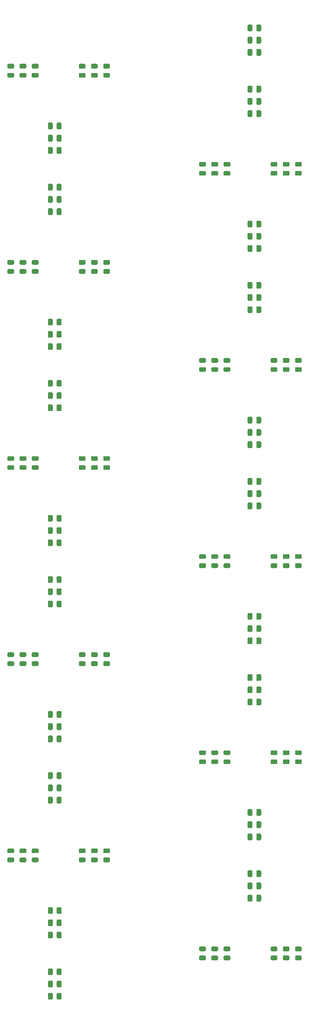
<source format=gtp>
G04 #@! TF.GenerationSoftware,KiCad,Pcbnew,6.0.2+dfsg-1*
G04 #@! TF.CreationDate,2024-07-01T09:46:04-06:00*
G04 #@! TF.ProjectId,ckt-signal-2x-array,636b742d-7369-4676-9e61-6c2d32782d61,rev?*
G04 #@! TF.SameCoordinates,Original*
G04 #@! TF.FileFunction,Paste,Top*
G04 #@! TF.FilePolarity,Positive*
%FSLAX46Y46*%
G04 Gerber Fmt 4.6, Leading zero omitted, Abs format (unit mm)*
G04 Created by KiCad (PCBNEW 6.0.2+dfsg-1) date 2024-07-01 09:46:04*
%MOMM*%
%LPD*%
G01*
G04 APERTURE LIST*
G04 APERTURE END LIST*
G36*
G01*
X129160500Y-55135400D02*
X129160500Y-56035400D01*
G75*
G02*
X128910500Y-56285400I-250000J0D01*
G01*
X128385500Y-56285400D01*
G75*
G02*
X128135500Y-56035400I0J250000D01*
G01*
X128135500Y-55135400D01*
G75*
G02*
X128385500Y-54885400I250000J0D01*
G01*
X128910500Y-54885400D01*
G75*
G02*
X129160500Y-55135400I0J-250000D01*
G01*
G37*
G36*
G01*
X127335500Y-55135400D02*
X127335500Y-56035400D01*
G75*
G02*
X127085500Y-56285400I-250000J0D01*
G01*
X126560500Y-56285400D01*
G75*
G02*
X126310500Y-56035400I0J250000D01*
G01*
X126310500Y-55135400D01*
G75*
G02*
X126560500Y-54885400I250000J0D01*
G01*
X127085500Y-54885400D01*
G75*
G02*
X127335500Y-55135400I0J-250000D01*
G01*
G37*
G36*
G01*
X175412250Y-180042800D02*
X176324750Y-180042800D01*
G75*
G02*
X176568500Y-180286550I0J-243750D01*
G01*
X176568500Y-180774050D01*
G75*
G02*
X176324750Y-181017800I-243750J0D01*
G01*
X175412250Y-181017800D01*
G75*
G02*
X175168500Y-180774050I0J243750D01*
G01*
X175168500Y-180286550D01*
G75*
G02*
X175412250Y-180042800I243750J0D01*
G01*
G37*
G36*
G01*
X175412250Y-181917800D02*
X176324750Y-181917800D01*
G75*
G02*
X176568500Y-182161550I0J-243750D01*
G01*
X176568500Y-182649050D01*
G75*
G02*
X176324750Y-182892800I-243750J0D01*
G01*
X175412250Y-182892800D01*
G75*
G02*
X175168500Y-182649050I0J243750D01*
G01*
X175168500Y-182161550D01*
G75*
G02*
X175412250Y-181917800I243750J0D01*
G01*
G37*
G36*
G01*
X167839500Y-206073200D02*
X167839500Y-205173200D01*
G75*
G02*
X168089500Y-204923200I250000J0D01*
G01*
X168614500Y-204923200D01*
G75*
G02*
X168864500Y-205173200I0J-250000D01*
G01*
X168864500Y-206073200D01*
G75*
G02*
X168614500Y-206323200I-250000J0D01*
G01*
X168089500Y-206323200D01*
G75*
G02*
X167839500Y-206073200I0J250000D01*
G01*
G37*
G36*
G01*
X169664500Y-206073200D02*
X169664500Y-205173200D01*
G75*
G02*
X169914500Y-204923200I250000J0D01*
G01*
X170439500Y-204923200D01*
G75*
G02*
X170689500Y-205173200I0J-250000D01*
G01*
X170689500Y-206073200D01*
G75*
G02*
X170439500Y-206323200I-250000J0D01*
G01*
X169914500Y-206323200D01*
G75*
G02*
X169664500Y-206073200I0J250000D01*
G01*
G37*
G36*
G01*
X175412250Y-98661200D02*
X176324750Y-98661200D01*
G75*
G02*
X176568500Y-98904950I0J-243750D01*
G01*
X176568500Y-99392450D01*
G75*
G02*
X176324750Y-99636200I-243750J0D01*
G01*
X175412250Y-99636200D01*
G75*
G02*
X175168500Y-99392450I0J243750D01*
G01*
X175168500Y-98904950D01*
G75*
G02*
X175412250Y-98661200I243750J0D01*
G01*
G37*
G36*
G01*
X175412250Y-100536200D02*
X176324750Y-100536200D01*
G75*
G02*
X176568500Y-100779950I0J-243750D01*
G01*
X176568500Y-101267450D01*
G75*
G02*
X176324750Y-101511200I-243750J0D01*
G01*
X175412250Y-101511200D01*
G75*
G02*
X175168500Y-101267450I0J243750D01*
G01*
X175168500Y-100779950D01*
G75*
G02*
X175412250Y-100536200I243750J0D01*
G01*
G37*
G36*
G01*
X160553250Y-57970400D02*
X161465750Y-57970400D01*
G75*
G02*
X161709500Y-58214150I0J-243750D01*
G01*
X161709500Y-58701650D01*
G75*
G02*
X161465750Y-58945400I-243750J0D01*
G01*
X160553250Y-58945400D01*
G75*
G02*
X160309500Y-58701650I0J243750D01*
G01*
X160309500Y-58214150D01*
G75*
G02*
X160553250Y-57970400I243750J0D01*
G01*
G37*
G36*
G01*
X160553250Y-59845400D02*
X161465750Y-59845400D01*
G75*
G02*
X161709500Y-60089150I0J-243750D01*
G01*
X161709500Y-60576650D01*
G75*
G02*
X161465750Y-60820400I-243750J0D01*
G01*
X160553250Y-60820400D01*
G75*
G02*
X160309500Y-60576650I0J243750D01*
G01*
X160309500Y-60089150D01*
G75*
G02*
X160553250Y-59845400I243750J0D01*
G01*
G37*
G36*
G01*
X129160500Y-133977000D02*
X129160500Y-134877000D01*
G75*
G02*
X128910500Y-135127000I-250000J0D01*
G01*
X128385500Y-135127000D01*
G75*
G02*
X128135500Y-134877000I0J250000D01*
G01*
X128135500Y-133977000D01*
G75*
G02*
X128385500Y-133727000I250000J0D01*
G01*
X128910500Y-133727000D01*
G75*
G02*
X129160500Y-133977000I0J-250000D01*
G01*
G37*
G36*
G01*
X127335500Y-133977000D02*
X127335500Y-134877000D01*
G75*
G02*
X127085500Y-135127000I-250000J0D01*
G01*
X126560500Y-135127000D01*
G75*
G02*
X126310500Y-134877000I0J250000D01*
G01*
X126310500Y-133977000D01*
G75*
G02*
X126560500Y-133727000I250000J0D01*
G01*
X127085500Y-133727000D01*
G75*
G02*
X127335500Y-133977000I0J-250000D01*
G01*
G37*
G36*
G01*
X121587750Y-81165800D02*
X120675250Y-81165800D01*
G75*
G02*
X120431500Y-80922050I0J243750D01*
G01*
X120431500Y-80434550D01*
G75*
G02*
X120675250Y-80190800I243750J0D01*
G01*
X121587750Y-80190800D01*
G75*
G02*
X121831500Y-80434550I0J-243750D01*
G01*
X121831500Y-80922050D01*
G75*
G02*
X121587750Y-81165800I-243750J0D01*
G01*
G37*
G36*
G01*
X121587750Y-79290800D02*
X120675250Y-79290800D01*
G75*
G02*
X120431500Y-79047050I0J243750D01*
G01*
X120431500Y-78559550D01*
G75*
G02*
X120675250Y-78315800I243750J0D01*
G01*
X121587750Y-78315800D01*
G75*
G02*
X121831500Y-78559550I0J-243750D01*
G01*
X121831500Y-79047050D01*
G75*
G02*
X121587750Y-79290800I-243750J0D01*
G01*
G37*
G36*
G01*
X136446750Y-121856600D02*
X135534250Y-121856600D01*
G75*
G02*
X135290500Y-121612850I0J243750D01*
G01*
X135290500Y-121125350D01*
G75*
G02*
X135534250Y-120881600I243750J0D01*
G01*
X136446750Y-120881600D01*
G75*
G02*
X136690500Y-121125350I0J-243750D01*
G01*
X136690500Y-121612850D01*
G75*
G02*
X136446750Y-121856600I-243750J0D01*
G01*
G37*
G36*
G01*
X136446750Y-119981600D02*
X135534250Y-119981600D01*
G75*
G02*
X135290500Y-119737850I0J243750D01*
G01*
X135290500Y-119250350D01*
G75*
G02*
X135534250Y-119006600I243750J0D01*
G01*
X136446750Y-119006600D01*
G75*
G02*
X136690500Y-119250350I0J-243750D01*
G01*
X136690500Y-119737850D01*
G75*
G02*
X136446750Y-119981600I-243750J0D01*
G01*
G37*
G36*
G01*
X163093250Y-139352000D02*
X164005750Y-139352000D01*
G75*
G02*
X164249500Y-139595750I0J-243750D01*
G01*
X164249500Y-140083250D01*
G75*
G02*
X164005750Y-140327000I-243750J0D01*
G01*
X163093250Y-140327000D01*
G75*
G02*
X162849500Y-140083250I0J243750D01*
G01*
X162849500Y-139595750D01*
G75*
G02*
X163093250Y-139352000I243750J0D01*
G01*
G37*
G36*
G01*
X163093250Y-141227000D02*
X164005750Y-141227000D01*
G75*
G02*
X164249500Y-141470750I0J-243750D01*
G01*
X164249500Y-141958250D01*
G75*
G02*
X164005750Y-142202000I-243750J0D01*
G01*
X163093250Y-142202000D01*
G75*
G02*
X162849500Y-141958250I0J243750D01*
G01*
X162849500Y-141470750D01*
G75*
G02*
X163093250Y-141227000I243750J0D01*
G01*
G37*
G36*
G01*
X167839500Y-33150000D02*
X167839500Y-32250000D01*
G75*
G02*
X168089500Y-32000000I250000J0D01*
G01*
X168614500Y-32000000D01*
G75*
G02*
X168864500Y-32250000I0J-250000D01*
G01*
X168864500Y-33150000D01*
G75*
G02*
X168614500Y-33400000I-250000J0D01*
G01*
X168089500Y-33400000D01*
G75*
G02*
X167839500Y-33150000I0J250000D01*
G01*
G37*
G36*
G01*
X169664500Y-33150000D02*
X169664500Y-32250000D01*
G75*
G02*
X169914500Y-32000000I250000J0D01*
G01*
X170439500Y-32000000D01*
G75*
G02*
X170689500Y-32250000I0J-250000D01*
G01*
X170689500Y-33150000D01*
G75*
G02*
X170439500Y-33400000I-250000J0D01*
G01*
X169914500Y-33400000D01*
G75*
G02*
X169664500Y-33150000I0J250000D01*
G01*
G37*
G36*
G01*
X133906750Y-81165800D02*
X132994250Y-81165800D01*
G75*
G02*
X132750500Y-80922050I0J243750D01*
G01*
X132750500Y-80434550D01*
G75*
G02*
X132994250Y-80190800I243750J0D01*
G01*
X133906750Y-80190800D01*
G75*
G02*
X134150500Y-80434550I0J-243750D01*
G01*
X134150500Y-80922050D01*
G75*
G02*
X133906750Y-81165800I-243750J0D01*
G01*
G37*
G36*
G01*
X133906750Y-79290800D02*
X132994250Y-79290800D01*
G75*
G02*
X132750500Y-79047050I0J243750D01*
G01*
X132750500Y-78559550D01*
G75*
G02*
X132994250Y-78315800I243750J0D01*
G01*
X133906750Y-78315800D01*
G75*
G02*
X134150500Y-78559550I0J-243750D01*
G01*
X134150500Y-79047050D01*
G75*
G02*
X133906750Y-79290800I-243750J0D01*
G01*
G37*
G36*
G01*
X121587750Y-121856600D02*
X120675250Y-121856600D01*
G75*
G02*
X120431500Y-121612850I0J243750D01*
G01*
X120431500Y-121125350D01*
G75*
G02*
X120675250Y-120881600I243750J0D01*
G01*
X121587750Y-120881600D01*
G75*
G02*
X121831500Y-121125350I0J-243750D01*
G01*
X121831500Y-121612850D01*
G75*
G02*
X121587750Y-121856600I-243750J0D01*
G01*
G37*
G36*
G01*
X121587750Y-119981600D02*
X120675250Y-119981600D01*
G75*
G02*
X120431500Y-119737850I0J243750D01*
G01*
X120431500Y-119250350D01*
G75*
G02*
X120675250Y-119006600I243750J0D01*
G01*
X121587750Y-119006600D01*
G75*
G02*
X121831500Y-119250350I0J-243750D01*
G01*
X121831500Y-119737850D01*
G75*
G02*
X121587750Y-119981600I-243750J0D01*
G01*
G37*
G36*
G01*
X167839500Y-170462400D02*
X167839500Y-169562400D01*
G75*
G02*
X168089500Y-169312400I250000J0D01*
G01*
X168614500Y-169312400D01*
G75*
G02*
X168864500Y-169562400I0J-250000D01*
G01*
X168864500Y-170462400D01*
G75*
G02*
X168614500Y-170712400I-250000J0D01*
G01*
X168089500Y-170712400D01*
G75*
G02*
X167839500Y-170462400I0J250000D01*
G01*
G37*
G36*
G01*
X169664500Y-170462400D02*
X169664500Y-169562400D01*
G75*
G02*
X169914500Y-169312400I250000J0D01*
G01*
X170439500Y-169312400D01*
G75*
G02*
X170689500Y-169562400I0J-250000D01*
G01*
X170689500Y-170462400D01*
G75*
G02*
X170439500Y-170712400I-250000J0D01*
G01*
X169914500Y-170712400D01*
G75*
G02*
X169664500Y-170462400I0J250000D01*
G01*
G37*
G36*
G01*
X172872250Y-57970400D02*
X173784750Y-57970400D01*
G75*
G02*
X174028500Y-58214150I0J-243750D01*
G01*
X174028500Y-58701650D01*
G75*
G02*
X173784750Y-58945400I-243750J0D01*
G01*
X172872250Y-58945400D01*
G75*
G02*
X172628500Y-58701650I0J243750D01*
G01*
X172628500Y-58214150D01*
G75*
G02*
X172872250Y-57970400I243750J0D01*
G01*
G37*
G36*
G01*
X172872250Y-59845400D02*
X173784750Y-59845400D01*
G75*
G02*
X174028500Y-60089150I0J-243750D01*
G01*
X174028500Y-60576650D01*
G75*
G02*
X173784750Y-60820400I-243750J0D01*
G01*
X172872250Y-60820400D01*
G75*
G02*
X172628500Y-60576650I0J243750D01*
G01*
X172628500Y-60089150D01*
G75*
G02*
X172872250Y-59845400I243750J0D01*
G01*
G37*
G36*
G01*
X160553250Y-220733600D02*
X161465750Y-220733600D01*
G75*
G02*
X161709500Y-220977350I0J-243750D01*
G01*
X161709500Y-221464850D01*
G75*
G02*
X161465750Y-221708600I-243750J0D01*
G01*
X160553250Y-221708600D01*
G75*
G02*
X160309500Y-221464850I0J243750D01*
G01*
X160309500Y-220977350D01*
G75*
G02*
X160553250Y-220733600I243750J0D01*
G01*
G37*
G36*
G01*
X160553250Y-222608600D02*
X161465750Y-222608600D01*
G75*
G02*
X161709500Y-222852350I0J-243750D01*
G01*
X161709500Y-223339850D01*
G75*
G02*
X161465750Y-223583600I-243750J0D01*
G01*
X160553250Y-223583600D01*
G75*
G02*
X160309500Y-223339850I0J243750D01*
G01*
X160309500Y-222852350D01*
G75*
G02*
X160553250Y-222608600I243750J0D01*
G01*
G37*
G36*
G01*
X163093250Y-57970400D02*
X164005750Y-57970400D01*
G75*
G02*
X164249500Y-58214150I0J-243750D01*
G01*
X164249500Y-58701650D01*
G75*
G02*
X164005750Y-58945400I-243750J0D01*
G01*
X163093250Y-58945400D01*
G75*
G02*
X162849500Y-58701650I0J243750D01*
G01*
X162849500Y-58214150D01*
G75*
G02*
X163093250Y-57970400I243750J0D01*
G01*
G37*
G36*
G01*
X163093250Y-59845400D02*
X164005750Y-59845400D01*
G75*
G02*
X164249500Y-60089150I0J-243750D01*
G01*
X164249500Y-60576650D01*
G75*
G02*
X164005750Y-60820400I-243750J0D01*
G01*
X163093250Y-60820400D01*
G75*
G02*
X162849500Y-60576650I0J243750D01*
G01*
X162849500Y-60089150D01*
G75*
G02*
X163093250Y-59845400I243750J0D01*
G01*
G37*
G36*
G01*
X160553250Y-180042800D02*
X161465750Y-180042800D01*
G75*
G02*
X161709500Y-180286550I0J-243750D01*
G01*
X161709500Y-180774050D01*
G75*
G02*
X161465750Y-181017800I-243750J0D01*
G01*
X160553250Y-181017800D01*
G75*
G02*
X160309500Y-180774050I0J243750D01*
G01*
X160309500Y-180286550D01*
G75*
G02*
X160553250Y-180042800I243750J0D01*
G01*
G37*
G36*
G01*
X160553250Y-181917800D02*
X161465750Y-181917800D01*
G75*
G02*
X161709500Y-182161550I0J-243750D01*
G01*
X161709500Y-182649050D01*
G75*
G02*
X161465750Y-182892800I-243750J0D01*
G01*
X160553250Y-182892800D01*
G75*
G02*
X160309500Y-182649050I0J243750D01*
G01*
X160309500Y-182161550D01*
G75*
G02*
X160553250Y-181917800I243750J0D01*
G01*
G37*
G36*
G01*
X167839500Y-30610000D02*
X167839500Y-29710000D01*
G75*
G02*
X168089500Y-29460000I250000J0D01*
G01*
X168614500Y-29460000D01*
G75*
G02*
X168864500Y-29710000I0J-250000D01*
G01*
X168864500Y-30610000D01*
G75*
G02*
X168614500Y-30860000I-250000J0D01*
G01*
X168089500Y-30860000D01*
G75*
G02*
X167839500Y-30610000I0J250000D01*
G01*
G37*
G36*
G01*
X169664500Y-30610000D02*
X169664500Y-29710000D01*
G75*
G02*
X169914500Y-29460000I250000J0D01*
G01*
X170439500Y-29460000D01*
G75*
G02*
X170689500Y-29710000I0J-250000D01*
G01*
X170689500Y-30610000D01*
G75*
G02*
X170439500Y-30860000I-250000J0D01*
G01*
X169914500Y-30860000D01*
G75*
G02*
X169664500Y-30610000I0J250000D01*
G01*
G37*
G36*
G01*
X129160500Y-174667800D02*
X129160500Y-175567800D01*
G75*
G02*
X128910500Y-175817800I-250000J0D01*
G01*
X128385500Y-175817800D01*
G75*
G02*
X128135500Y-175567800I0J250000D01*
G01*
X128135500Y-174667800D01*
G75*
G02*
X128385500Y-174417800I250000J0D01*
G01*
X128910500Y-174417800D01*
G75*
G02*
X129160500Y-174667800I0J-250000D01*
G01*
G37*
G36*
G01*
X127335500Y-174667800D02*
X127335500Y-175567800D01*
G75*
G02*
X127085500Y-175817800I-250000J0D01*
G01*
X126560500Y-175817800D01*
G75*
G02*
X126310500Y-175567800I0J250000D01*
G01*
X126310500Y-174667800D01*
G75*
G02*
X126560500Y-174417800I250000J0D01*
G01*
X127085500Y-174417800D01*
G75*
G02*
X127335500Y-174667800I0J-250000D01*
G01*
G37*
G36*
G01*
X167839500Y-71300800D02*
X167839500Y-70400800D01*
G75*
G02*
X168089500Y-70150800I250000J0D01*
G01*
X168614500Y-70150800D01*
G75*
G02*
X168864500Y-70400800I0J-250000D01*
G01*
X168864500Y-71300800D01*
G75*
G02*
X168614500Y-71550800I-250000J0D01*
G01*
X168089500Y-71550800D01*
G75*
G02*
X167839500Y-71300800I0J250000D01*
G01*
G37*
G36*
G01*
X169664500Y-71300800D02*
X169664500Y-70400800D01*
G75*
G02*
X169914500Y-70150800I250000J0D01*
G01*
X170439500Y-70150800D01*
G75*
G02*
X170689500Y-70400800I0J-250000D01*
G01*
X170689500Y-71300800D01*
G75*
G02*
X170439500Y-71550800I-250000J0D01*
G01*
X169914500Y-71550800D01*
G75*
G02*
X169664500Y-71300800I0J250000D01*
G01*
G37*
G36*
G01*
X177952250Y-98661200D02*
X178864750Y-98661200D01*
G75*
G02*
X179108500Y-98904950I0J-243750D01*
G01*
X179108500Y-99392450D01*
G75*
G02*
X178864750Y-99636200I-243750J0D01*
G01*
X177952250Y-99636200D01*
G75*
G02*
X177708500Y-99392450I0J243750D01*
G01*
X177708500Y-98904950D01*
G75*
G02*
X177952250Y-98661200I243750J0D01*
G01*
G37*
G36*
G01*
X177952250Y-100536200D02*
X178864750Y-100536200D01*
G75*
G02*
X179108500Y-100779950I0J-243750D01*
G01*
X179108500Y-101267450D01*
G75*
G02*
X178864750Y-101511200I-243750J0D01*
G01*
X177952250Y-101511200D01*
G75*
G02*
X177708500Y-101267450I0J243750D01*
G01*
X177708500Y-100779950D01*
G75*
G02*
X177952250Y-100536200I243750J0D01*
G01*
G37*
G36*
G01*
X129160500Y-189907800D02*
X129160500Y-190807800D01*
G75*
G02*
X128910500Y-191057800I-250000J0D01*
G01*
X128385500Y-191057800D01*
G75*
G02*
X128135500Y-190807800I0J250000D01*
G01*
X128135500Y-189907800D01*
G75*
G02*
X128385500Y-189657800I250000J0D01*
G01*
X128910500Y-189657800D01*
G75*
G02*
X129160500Y-189907800I0J-250000D01*
G01*
G37*
G36*
G01*
X127335500Y-189907800D02*
X127335500Y-190807800D01*
G75*
G02*
X127085500Y-191057800I-250000J0D01*
G01*
X126560500Y-191057800D01*
G75*
G02*
X126310500Y-190807800I0J250000D01*
G01*
X126310500Y-189907800D01*
G75*
G02*
X126560500Y-189657800I250000J0D01*
G01*
X127085500Y-189657800D01*
G75*
G02*
X127335500Y-189907800I0J-250000D01*
G01*
G37*
G36*
G01*
X158013250Y-98661200D02*
X158925750Y-98661200D01*
G75*
G02*
X159169500Y-98904950I0J-243750D01*
G01*
X159169500Y-99392450D01*
G75*
G02*
X158925750Y-99636200I-243750J0D01*
G01*
X158013250Y-99636200D01*
G75*
G02*
X157769500Y-99392450I0J243750D01*
G01*
X157769500Y-98904950D01*
G75*
G02*
X158013250Y-98661200I243750J0D01*
G01*
G37*
G36*
G01*
X158013250Y-100536200D02*
X158925750Y-100536200D01*
G75*
G02*
X159169500Y-100779950I0J-243750D01*
G01*
X159169500Y-101267450D01*
G75*
G02*
X158925750Y-101511200I-243750J0D01*
G01*
X158013250Y-101511200D01*
G75*
G02*
X157769500Y-101267450I0J243750D01*
G01*
X157769500Y-100779950D01*
G75*
G02*
X158013250Y-100536200I243750J0D01*
G01*
G37*
G36*
G01*
X136446750Y-40475000D02*
X135534250Y-40475000D01*
G75*
G02*
X135290500Y-40231250I0J243750D01*
G01*
X135290500Y-39743750D01*
G75*
G02*
X135534250Y-39500000I243750J0D01*
G01*
X136446750Y-39500000D01*
G75*
G02*
X136690500Y-39743750I0J-243750D01*
G01*
X136690500Y-40231250D01*
G75*
G02*
X136446750Y-40475000I-243750J0D01*
G01*
G37*
G36*
G01*
X136446750Y-38600000D02*
X135534250Y-38600000D01*
G75*
G02*
X135290500Y-38356250I0J243750D01*
G01*
X135290500Y-37868750D01*
G75*
G02*
X135534250Y-37625000I243750J0D01*
G01*
X136446750Y-37625000D01*
G75*
G02*
X136690500Y-37868750I0J-243750D01*
G01*
X136690500Y-38356250D01*
G75*
G02*
X136446750Y-38600000I-243750J0D01*
G01*
G37*
G36*
G01*
X167839500Y-208613200D02*
X167839500Y-207713200D01*
G75*
G02*
X168089500Y-207463200I250000J0D01*
G01*
X168614500Y-207463200D01*
G75*
G02*
X168864500Y-207713200I0J-250000D01*
G01*
X168864500Y-208613200D01*
G75*
G02*
X168614500Y-208863200I-250000J0D01*
G01*
X168089500Y-208863200D01*
G75*
G02*
X167839500Y-208613200I0J250000D01*
G01*
G37*
G36*
G01*
X169664500Y-208613200D02*
X169664500Y-207713200D01*
G75*
G02*
X169914500Y-207463200I250000J0D01*
G01*
X170439500Y-207463200D01*
G75*
G02*
X170689500Y-207713200I0J-250000D01*
G01*
X170689500Y-208613200D01*
G75*
G02*
X170439500Y-208863200I-250000J0D01*
G01*
X169914500Y-208863200D01*
G75*
G02*
X169664500Y-208613200I0J250000D01*
G01*
G37*
G36*
G01*
X177952250Y-180042800D02*
X178864750Y-180042800D01*
G75*
G02*
X179108500Y-180286550I0J-243750D01*
G01*
X179108500Y-180774050D01*
G75*
G02*
X178864750Y-181017800I-243750J0D01*
G01*
X177952250Y-181017800D01*
G75*
G02*
X177708500Y-180774050I0J243750D01*
G01*
X177708500Y-180286550D01*
G75*
G02*
X177952250Y-180042800I243750J0D01*
G01*
G37*
G36*
G01*
X177952250Y-181917800D02*
X178864750Y-181917800D01*
G75*
G02*
X179108500Y-182161550I0J-243750D01*
G01*
X179108500Y-182649050D01*
G75*
G02*
X178864750Y-182892800I-243750J0D01*
G01*
X177952250Y-182892800D01*
G75*
G02*
X177708500Y-182649050I0J243750D01*
G01*
X177708500Y-182161550D01*
G75*
G02*
X177952250Y-181917800I243750J0D01*
G01*
G37*
G36*
G01*
X177952250Y-220733600D02*
X178864750Y-220733600D01*
G75*
G02*
X179108500Y-220977350I0J-243750D01*
G01*
X179108500Y-221464850D01*
G75*
G02*
X178864750Y-221708600I-243750J0D01*
G01*
X177952250Y-221708600D01*
G75*
G02*
X177708500Y-221464850I0J243750D01*
G01*
X177708500Y-220977350D01*
G75*
G02*
X177952250Y-220733600I243750J0D01*
G01*
G37*
G36*
G01*
X177952250Y-222608600D02*
X178864750Y-222608600D01*
G75*
G02*
X179108500Y-222852350I0J-243750D01*
G01*
X179108500Y-223339850D01*
G75*
G02*
X178864750Y-223583600I-243750J0D01*
G01*
X177952250Y-223583600D01*
G75*
G02*
X177708500Y-223339850I0J243750D01*
G01*
X177708500Y-222852350D01*
G75*
G02*
X177952250Y-222608600I243750J0D01*
G01*
G37*
G36*
G01*
X124127750Y-203238200D02*
X123215250Y-203238200D01*
G75*
G02*
X122971500Y-202994450I0J243750D01*
G01*
X122971500Y-202506950D01*
G75*
G02*
X123215250Y-202263200I243750J0D01*
G01*
X124127750Y-202263200D01*
G75*
G02*
X124371500Y-202506950I0J-243750D01*
G01*
X124371500Y-202994450D01*
G75*
G02*
X124127750Y-203238200I-243750J0D01*
G01*
G37*
G36*
G01*
X124127750Y-201363200D02*
X123215250Y-201363200D01*
G75*
G02*
X122971500Y-201119450I0J243750D01*
G01*
X122971500Y-200631950D01*
G75*
G02*
X123215250Y-200388200I243750J0D01*
G01*
X124127750Y-200388200D01*
G75*
G02*
X124371500Y-200631950I0J-243750D01*
G01*
X124371500Y-201119450D01*
G75*
G02*
X124127750Y-201363200I-243750J0D01*
G01*
G37*
G36*
G01*
X129160500Y-65295400D02*
X129160500Y-66195400D01*
G75*
G02*
X128910500Y-66445400I-250000J0D01*
G01*
X128385500Y-66445400D01*
G75*
G02*
X128135500Y-66195400I0J250000D01*
G01*
X128135500Y-65295400D01*
G75*
G02*
X128385500Y-65045400I250000J0D01*
G01*
X128910500Y-65045400D01*
G75*
G02*
X129160500Y-65295400I0J-250000D01*
G01*
G37*
G36*
G01*
X127335500Y-65295400D02*
X127335500Y-66195400D01*
G75*
G02*
X127085500Y-66445400I-250000J0D01*
G01*
X126560500Y-66445400D01*
G75*
G02*
X126310500Y-66195400I0J250000D01*
G01*
X126310500Y-65295400D01*
G75*
G02*
X126560500Y-65045400I250000J0D01*
G01*
X127085500Y-65045400D01*
G75*
G02*
X127335500Y-65295400I0J-250000D01*
G01*
G37*
G36*
G01*
X160553250Y-98661200D02*
X161465750Y-98661200D01*
G75*
G02*
X161709500Y-98904950I0J-243750D01*
G01*
X161709500Y-99392450D01*
G75*
G02*
X161465750Y-99636200I-243750J0D01*
G01*
X160553250Y-99636200D01*
G75*
G02*
X160309500Y-99392450I0J243750D01*
G01*
X160309500Y-98904950D01*
G75*
G02*
X160553250Y-98661200I243750J0D01*
G01*
G37*
G36*
G01*
X160553250Y-100536200D02*
X161465750Y-100536200D01*
G75*
G02*
X161709500Y-100779950I0J-243750D01*
G01*
X161709500Y-101267450D01*
G75*
G02*
X161465750Y-101511200I-243750J0D01*
G01*
X160553250Y-101511200D01*
G75*
G02*
X160309500Y-101267450I0J243750D01*
G01*
X160309500Y-100779950D01*
G75*
G02*
X160553250Y-100536200I243750J0D01*
G01*
G37*
G36*
G01*
X167839500Y-129771600D02*
X167839500Y-128871600D01*
G75*
G02*
X168089500Y-128621600I250000J0D01*
G01*
X168614500Y-128621600D01*
G75*
G02*
X168864500Y-128871600I0J-250000D01*
G01*
X168864500Y-129771600D01*
G75*
G02*
X168614500Y-130021600I-250000J0D01*
G01*
X168089500Y-130021600D01*
G75*
G02*
X167839500Y-129771600I0J250000D01*
G01*
G37*
G36*
G01*
X169664500Y-129771600D02*
X169664500Y-128871600D01*
G75*
G02*
X169914500Y-128621600I250000J0D01*
G01*
X170439500Y-128621600D01*
G75*
G02*
X170689500Y-128871600I0J-250000D01*
G01*
X170689500Y-129771600D01*
G75*
G02*
X170439500Y-130021600I-250000J0D01*
G01*
X169914500Y-130021600D01*
G75*
G02*
X169664500Y-129771600I0J250000D01*
G01*
G37*
G36*
G01*
X129160500Y-67835400D02*
X129160500Y-68735400D01*
G75*
G02*
X128910500Y-68985400I-250000J0D01*
G01*
X128385500Y-68985400D01*
G75*
G02*
X128135500Y-68735400I0J250000D01*
G01*
X128135500Y-67835400D01*
G75*
G02*
X128385500Y-67585400I250000J0D01*
G01*
X128910500Y-67585400D01*
G75*
G02*
X129160500Y-67835400I0J-250000D01*
G01*
G37*
G36*
G01*
X127335500Y-67835400D02*
X127335500Y-68735400D01*
G75*
G02*
X127085500Y-68985400I-250000J0D01*
G01*
X126560500Y-68985400D01*
G75*
G02*
X126310500Y-68735400I0J250000D01*
G01*
X126310500Y-67835400D01*
G75*
G02*
X126560500Y-67585400I250000J0D01*
G01*
X127085500Y-67585400D01*
G75*
G02*
X127335500Y-67835400I0J-250000D01*
G01*
G37*
G36*
G01*
X167839500Y-198453200D02*
X167839500Y-197553200D01*
G75*
G02*
X168089500Y-197303200I250000J0D01*
G01*
X168614500Y-197303200D01*
G75*
G02*
X168864500Y-197553200I0J-250000D01*
G01*
X168864500Y-198453200D01*
G75*
G02*
X168614500Y-198703200I-250000J0D01*
G01*
X168089500Y-198703200D01*
G75*
G02*
X167839500Y-198453200I0J250000D01*
G01*
G37*
G36*
G01*
X169664500Y-198453200D02*
X169664500Y-197553200D01*
G75*
G02*
X169914500Y-197303200I250000J0D01*
G01*
X170439500Y-197303200D01*
G75*
G02*
X170689500Y-197553200I0J-250000D01*
G01*
X170689500Y-198453200D01*
G75*
G02*
X170439500Y-198703200I-250000J0D01*
G01*
X169914500Y-198703200D01*
G75*
G02*
X169664500Y-198453200I0J250000D01*
G01*
G37*
G36*
G01*
X167839500Y-152682400D02*
X167839500Y-151782400D01*
G75*
G02*
X168089500Y-151532400I250000J0D01*
G01*
X168614500Y-151532400D01*
G75*
G02*
X168864500Y-151782400I0J-250000D01*
G01*
X168864500Y-152682400D01*
G75*
G02*
X168614500Y-152932400I-250000J0D01*
G01*
X168089500Y-152932400D01*
G75*
G02*
X167839500Y-152682400I0J250000D01*
G01*
G37*
G36*
G01*
X169664500Y-152682400D02*
X169664500Y-151782400D01*
G75*
G02*
X169914500Y-151532400I250000J0D01*
G01*
X170439500Y-151532400D01*
G75*
G02*
X170689500Y-151782400I0J-250000D01*
G01*
X170689500Y-152682400D01*
G75*
G02*
X170439500Y-152932400I-250000J0D01*
G01*
X169914500Y-152932400D01*
G75*
G02*
X169664500Y-152682400I0J250000D01*
G01*
G37*
G36*
G01*
X124127750Y-162547400D02*
X123215250Y-162547400D01*
G75*
G02*
X122971500Y-162303650I0J243750D01*
G01*
X122971500Y-161816150D01*
G75*
G02*
X123215250Y-161572400I243750J0D01*
G01*
X124127750Y-161572400D01*
G75*
G02*
X124371500Y-161816150I0J-243750D01*
G01*
X124371500Y-162303650D01*
G75*
G02*
X124127750Y-162547400I-243750J0D01*
G01*
G37*
G36*
G01*
X124127750Y-160672400D02*
X123215250Y-160672400D01*
G75*
G02*
X122971500Y-160428650I0J243750D01*
G01*
X122971500Y-159941150D01*
G75*
G02*
X123215250Y-159697400I243750J0D01*
G01*
X124127750Y-159697400D01*
G75*
G02*
X124371500Y-159941150I0J-243750D01*
G01*
X124371500Y-160428650D01*
G75*
G02*
X124127750Y-160672400I-243750J0D01*
G01*
G37*
G36*
G01*
X158013250Y-139352000D02*
X158925750Y-139352000D01*
G75*
G02*
X159169500Y-139595750I0J-243750D01*
G01*
X159169500Y-140083250D01*
G75*
G02*
X158925750Y-140327000I-243750J0D01*
G01*
X158013250Y-140327000D01*
G75*
G02*
X157769500Y-140083250I0J243750D01*
G01*
X157769500Y-139595750D01*
G75*
G02*
X158013250Y-139352000I243750J0D01*
G01*
G37*
G36*
G01*
X158013250Y-141227000D02*
X158925750Y-141227000D01*
G75*
G02*
X159169500Y-141470750I0J-243750D01*
G01*
X159169500Y-141958250D01*
G75*
G02*
X158925750Y-142202000I-243750J0D01*
G01*
X158013250Y-142202000D01*
G75*
G02*
X157769500Y-141958250I0J243750D01*
G01*
X157769500Y-141470750D01*
G75*
G02*
X158013250Y-141227000I243750J0D01*
G01*
G37*
G36*
G01*
X167839500Y-117071600D02*
X167839500Y-116171600D01*
G75*
G02*
X168089500Y-115921600I250000J0D01*
G01*
X168614500Y-115921600D01*
G75*
G02*
X168864500Y-116171600I0J-250000D01*
G01*
X168864500Y-117071600D01*
G75*
G02*
X168614500Y-117321600I-250000J0D01*
G01*
X168089500Y-117321600D01*
G75*
G02*
X167839500Y-117071600I0J250000D01*
G01*
G37*
G36*
G01*
X169664500Y-117071600D02*
X169664500Y-116171600D01*
G75*
G02*
X169914500Y-115921600I250000J0D01*
G01*
X170439500Y-115921600D01*
G75*
G02*
X170689500Y-116171600I0J-250000D01*
G01*
X170689500Y-117071600D01*
G75*
G02*
X170439500Y-117321600I-250000J0D01*
G01*
X169914500Y-117321600D01*
G75*
G02*
X169664500Y-117071600I0J250000D01*
G01*
G37*
G36*
G01*
X158013250Y-180042800D02*
X158925750Y-180042800D01*
G75*
G02*
X159169500Y-180286550I0J-243750D01*
G01*
X159169500Y-180774050D01*
G75*
G02*
X158925750Y-181017800I-243750J0D01*
G01*
X158013250Y-181017800D01*
G75*
G02*
X157769500Y-180774050I0J243750D01*
G01*
X157769500Y-180286550D01*
G75*
G02*
X158013250Y-180042800I243750J0D01*
G01*
G37*
G36*
G01*
X158013250Y-181917800D02*
X158925750Y-181917800D01*
G75*
G02*
X159169500Y-182161550I0J-243750D01*
G01*
X159169500Y-182649050D01*
G75*
G02*
X158925750Y-182892800I-243750J0D01*
G01*
X158013250Y-182892800D01*
G75*
G02*
X157769500Y-182649050I0J243750D01*
G01*
X157769500Y-182161550D01*
G75*
G02*
X158013250Y-181917800I243750J0D01*
G01*
G37*
G36*
G01*
X129160500Y-131437000D02*
X129160500Y-132337000D01*
G75*
G02*
X128910500Y-132587000I-250000J0D01*
G01*
X128385500Y-132587000D01*
G75*
G02*
X128135500Y-132337000I0J250000D01*
G01*
X128135500Y-131437000D01*
G75*
G02*
X128385500Y-131187000I250000J0D01*
G01*
X128910500Y-131187000D01*
G75*
G02*
X129160500Y-131437000I0J-250000D01*
G01*
G37*
G36*
G01*
X127335500Y-131437000D02*
X127335500Y-132337000D01*
G75*
G02*
X127085500Y-132587000I-250000J0D01*
G01*
X126560500Y-132587000D01*
G75*
G02*
X126310500Y-132337000I0J250000D01*
G01*
X126310500Y-131437000D01*
G75*
G02*
X126560500Y-131187000I250000J0D01*
G01*
X127085500Y-131187000D01*
G75*
G02*
X127335500Y-131437000I0J-250000D01*
G01*
G37*
G36*
G01*
X167839500Y-89080800D02*
X167839500Y-88180800D01*
G75*
G02*
X168089500Y-87930800I250000J0D01*
G01*
X168614500Y-87930800D01*
G75*
G02*
X168864500Y-88180800I0J-250000D01*
G01*
X168864500Y-89080800D01*
G75*
G02*
X168614500Y-89330800I-250000J0D01*
G01*
X168089500Y-89330800D01*
G75*
G02*
X167839500Y-89080800I0J250000D01*
G01*
G37*
G36*
G01*
X169664500Y-89080800D02*
X169664500Y-88180800D01*
G75*
G02*
X169914500Y-87930800I250000J0D01*
G01*
X170439500Y-87930800D01*
G75*
G02*
X170689500Y-88180800I0J-250000D01*
G01*
X170689500Y-89080800D01*
G75*
G02*
X170439500Y-89330800I-250000J0D01*
G01*
X169914500Y-89330800D01*
G75*
G02*
X169664500Y-89080800I0J250000D01*
G01*
G37*
G36*
G01*
X167839500Y-48390000D02*
X167839500Y-47490000D01*
G75*
G02*
X168089500Y-47240000I250000J0D01*
G01*
X168614500Y-47240000D01*
G75*
G02*
X168864500Y-47490000I0J-250000D01*
G01*
X168864500Y-48390000D01*
G75*
G02*
X168614500Y-48640000I-250000J0D01*
G01*
X168089500Y-48640000D01*
G75*
G02*
X167839500Y-48390000I0J250000D01*
G01*
G37*
G36*
G01*
X169664500Y-48390000D02*
X169664500Y-47490000D01*
G75*
G02*
X169914500Y-47240000I250000J0D01*
G01*
X170439500Y-47240000D01*
G75*
G02*
X170689500Y-47490000I0J-250000D01*
G01*
X170689500Y-48390000D01*
G75*
G02*
X170439500Y-48640000I-250000J0D01*
G01*
X169914500Y-48640000D01*
G75*
G02*
X169664500Y-48390000I0J250000D01*
G01*
G37*
G36*
G01*
X167839500Y-127231600D02*
X167839500Y-126331600D01*
G75*
G02*
X168089500Y-126081600I250000J0D01*
G01*
X168614500Y-126081600D01*
G75*
G02*
X168864500Y-126331600I0J-250000D01*
G01*
X168864500Y-127231600D01*
G75*
G02*
X168614500Y-127481600I-250000J0D01*
G01*
X168089500Y-127481600D01*
G75*
G02*
X167839500Y-127231600I0J250000D01*
G01*
G37*
G36*
G01*
X169664500Y-127231600D02*
X169664500Y-126331600D01*
G75*
G02*
X169914500Y-126081600I250000J0D01*
G01*
X170439500Y-126081600D01*
G75*
G02*
X170689500Y-126331600I0J-250000D01*
G01*
X170689500Y-127231600D01*
G75*
G02*
X170439500Y-127481600I-250000J0D01*
G01*
X169914500Y-127481600D01*
G75*
G02*
X169664500Y-127231600I0J250000D01*
G01*
G37*
G36*
G01*
X167839500Y-43310000D02*
X167839500Y-42410000D01*
G75*
G02*
X168089500Y-42160000I250000J0D01*
G01*
X168614500Y-42160000D01*
G75*
G02*
X168864500Y-42410000I0J-250000D01*
G01*
X168864500Y-43310000D01*
G75*
G02*
X168614500Y-43560000I-250000J0D01*
G01*
X168089500Y-43560000D01*
G75*
G02*
X167839500Y-43310000I0J250000D01*
G01*
G37*
G36*
G01*
X169664500Y-43310000D02*
X169664500Y-42410000D01*
G75*
G02*
X169914500Y-42160000I250000J0D01*
G01*
X170439500Y-42160000D01*
G75*
G02*
X170689500Y-42410000I0J-250000D01*
G01*
X170689500Y-43310000D01*
G75*
G02*
X170439500Y-43560000I-250000J0D01*
G01*
X169914500Y-43560000D01*
G75*
G02*
X169664500Y-43310000I0J250000D01*
G01*
G37*
G36*
G01*
X163093250Y-98661200D02*
X164005750Y-98661200D01*
G75*
G02*
X164249500Y-98904950I0J-243750D01*
G01*
X164249500Y-99392450D01*
G75*
G02*
X164005750Y-99636200I-243750J0D01*
G01*
X163093250Y-99636200D01*
G75*
G02*
X162849500Y-99392450I0J243750D01*
G01*
X162849500Y-98904950D01*
G75*
G02*
X163093250Y-98661200I243750J0D01*
G01*
G37*
G36*
G01*
X163093250Y-100536200D02*
X164005750Y-100536200D01*
G75*
G02*
X164249500Y-100779950I0J-243750D01*
G01*
X164249500Y-101267450D01*
G75*
G02*
X164005750Y-101511200I-243750J0D01*
G01*
X163093250Y-101511200D01*
G75*
G02*
X162849500Y-101267450I0J243750D01*
G01*
X162849500Y-100779950D01*
G75*
G02*
X163093250Y-100536200I243750J0D01*
G01*
G37*
G36*
G01*
X129160500Y-103446200D02*
X129160500Y-104346200D01*
G75*
G02*
X128910500Y-104596200I-250000J0D01*
G01*
X128385500Y-104596200D01*
G75*
G02*
X128135500Y-104346200I0J250000D01*
G01*
X128135500Y-103446200D01*
G75*
G02*
X128385500Y-103196200I250000J0D01*
G01*
X128910500Y-103196200D01*
G75*
G02*
X129160500Y-103446200I0J-250000D01*
G01*
G37*
G36*
G01*
X127335500Y-103446200D02*
X127335500Y-104346200D01*
G75*
G02*
X127085500Y-104596200I-250000J0D01*
G01*
X126560500Y-104596200D01*
G75*
G02*
X126310500Y-104346200I0J250000D01*
G01*
X126310500Y-103446200D01*
G75*
G02*
X126560500Y-103196200I250000J0D01*
G01*
X127085500Y-103196200D01*
G75*
G02*
X127335500Y-103446200I0J-250000D01*
G01*
G37*
G36*
G01*
X167839500Y-86540800D02*
X167839500Y-85640800D01*
G75*
G02*
X168089500Y-85390800I250000J0D01*
G01*
X168614500Y-85390800D01*
G75*
G02*
X168864500Y-85640800I0J-250000D01*
G01*
X168864500Y-86540800D01*
G75*
G02*
X168614500Y-86790800I-250000J0D01*
G01*
X168089500Y-86790800D01*
G75*
G02*
X167839500Y-86540800I0J250000D01*
G01*
G37*
G36*
G01*
X169664500Y-86540800D02*
X169664500Y-85640800D01*
G75*
G02*
X169914500Y-85390800I250000J0D01*
G01*
X170439500Y-85390800D01*
G75*
G02*
X170689500Y-85640800I0J-250000D01*
G01*
X170689500Y-86540800D01*
G75*
G02*
X170439500Y-86790800I-250000J0D01*
G01*
X169914500Y-86790800D01*
G75*
G02*
X169664500Y-86540800I0J250000D01*
G01*
G37*
G36*
G01*
X167839500Y-165382400D02*
X167839500Y-164482400D01*
G75*
G02*
X168089500Y-164232400I250000J0D01*
G01*
X168614500Y-164232400D01*
G75*
G02*
X168864500Y-164482400I0J-250000D01*
G01*
X168864500Y-165382400D01*
G75*
G02*
X168614500Y-165632400I-250000J0D01*
G01*
X168089500Y-165632400D01*
G75*
G02*
X167839500Y-165382400I0J250000D01*
G01*
G37*
G36*
G01*
X169664500Y-165382400D02*
X169664500Y-164482400D01*
G75*
G02*
X169914500Y-164232400I250000J0D01*
G01*
X170439500Y-164232400D01*
G75*
G02*
X170689500Y-164482400I0J-250000D01*
G01*
X170689500Y-165382400D01*
G75*
G02*
X170439500Y-165632400I-250000J0D01*
G01*
X169914500Y-165632400D01*
G75*
G02*
X169664500Y-165382400I0J250000D01*
G01*
G37*
G36*
G01*
X138986750Y-203238200D02*
X138074250Y-203238200D01*
G75*
G02*
X137830500Y-202994450I0J243750D01*
G01*
X137830500Y-202506950D01*
G75*
G02*
X138074250Y-202263200I243750J0D01*
G01*
X138986750Y-202263200D01*
G75*
G02*
X139230500Y-202506950I0J-243750D01*
G01*
X139230500Y-202994450D01*
G75*
G02*
X138986750Y-203238200I-243750J0D01*
G01*
G37*
G36*
G01*
X138986750Y-201363200D02*
X138074250Y-201363200D01*
G75*
G02*
X137830500Y-201119450I0J243750D01*
G01*
X137830500Y-200631950D01*
G75*
G02*
X138074250Y-200388200I243750J0D01*
G01*
X138986750Y-200388200D01*
G75*
G02*
X139230500Y-200631950I0J-243750D01*
G01*
X139230500Y-201119450D01*
G75*
G02*
X138986750Y-201363200I-243750J0D01*
G01*
G37*
G36*
G01*
X129160500Y-52595400D02*
X129160500Y-53495400D01*
G75*
G02*
X128910500Y-53745400I-250000J0D01*
G01*
X128385500Y-53745400D01*
G75*
G02*
X128135500Y-53495400I0J250000D01*
G01*
X128135500Y-52595400D01*
G75*
G02*
X128385500Y-52345400I250000J0D01*
G01*
X128910500Y-52345400D01*
G75*
G02*
X129160500Y-52595400I0J-250000D01*
G01*
G37*
G36*
G01*
X127335500Y-52595400D02*
X127335500Y-53495400D01*
G75*
G02*
X127085500Y-53745400I-250000J0D01*
G01*
X126560500Y-53745400D01*
G75*
G02*
X126310500Y-53495400I0J250000D01*
G01*
X126310500Y-52595400D01*
G75*
G02*
X126560500Y-52345400I250000J0D01*
G01*
X127085500Y-52345400D01*
G75*
G02*
X127335500Y-52595400I0J-250000D01*
G01*
G37*
G36*
G01*
X129160500Y-93286200D02*
X129160500Y-94186200D01*
G75*
G02*
X128910500Y-94436200I-250000J0D01*
G01*
X128385500Y-94436200D01*
G75*
G02*
X128135500Y-94186200I0J250000D01*
G01*
X128135500Y-93286200D01*
G75*
G02*
X128385500Y-93036200I250000J0D01*
G01*
X128910500Y-93036200D01*
G75*
G02*
X129160500Y-93286200I0J-250000D01*
G01*
G37*
G36*
G01*
X127335500Y-93286200D02*
X127335500Y-94186200D01*
G75*
G02*
X127085500Y-94436200I-250000J0D01*
G01*
X126560500Y-94436200D01*
G75*
G02*
X126310500Y-94186200I0J250000D01*
G01*
X126310500Y-93286200D01*
G75*
G02*
X126560500Y-93036200I250000J0D01*
G01*
X127085500Y-93036200D01*
G75*
G02*
X127335500Y-93286200I0J-250000D01*
G01*
G37*
G36*
G01*
X167839500Y-111991600D02*
X167839500Y-111091600D01*
G75*
G02*
X168089500Y-110841600I250000J0D01*
G01*
X168614500Y-110841600D01*
G75*
G02*
X168864500Y-111091600I0J-250000D01*
G01*
X168864500Y-111991600D01*
G75*
G02*
X168614500Y-112241600I-250000J0D01*
G01*
X168089500Y-112241600D01*
G75*
G02*
X167839500Y-111991600I0J250000D01*
G01*
G37*
G36*
G01*
X169664500Y-111991600D02*
X169664500Y-111091600D01*
G75*
G02*
X169914500Y-110841600I250000J0D01*
G01*
X170439500Y-110841600D01*
G75*
G02*
X170689500Y-111091600I0J-250000D01*
G01*
X170689500Y-111991600D01*
G75*
G02*
X170439500Y-112241600I-250000J0D01*
G01*
X169914500Y-112241600D01*
G75*
G02*
X169664500Y-111991600I0J250000D01*
G01*
G37*
G36*
G01*
X158013250Y-220733600D02*
X158925750Y-220733600D01*
G75*
G02*
X159169500Y-220977350I0J-243750D01*
G01*
X159169500Y-221464850D01*
G75*
G02*
X158925750Y-221708600I-243750J0D01*
G01*
X158013250Y-221708600D01*
G75*
G02*
X157769500Y-221464850I0J243750D01*
G01*
X157769500Y-220977350D01*
G75*
G02*
X158013250Y-220733600I243750J0D01*
G01*
G37*
G36*
G01*
X158013250Y-222608600D02*
X158925750Y-222608600D01*
G75*
G02*
X159169500Y-222852350I0J-243750D01*
G01*
X159169500Y-223339850D01*
G75*
G02*
X158925750Y-223583600I-243750J0D01*
G01*
X158013250Y-223583600D01*
G75*
G02*
X157769500Y-223339850I0J243750D01*
G01*
X157769500Y-222852350D01*
G75*
G02*
X158013250Y-222608600I243750J0D01*
G01*
G37*
G36*
G01*
X138986750Y-162547400D02*
X138074250Y-162547400D01*
G75*
G02*
X137830500Y-162303650I0J243750D01*
G01*
X137830500Y-161816150D01*
G75*
G02*
X138074250Y-161572400I243750J0D01*
G01*
X138986750Y-161572400D01*
G75*
G02*
X139230500Y-161816150I0J-243750D01*
G01*
X139230500Y-162303650D01*
G75*
G02*
X138986750Y-162547400I-243750J0D01*
G01*
G37*
G36*
G01*
X138986750Y-160672400D02*
X138074250Y-160672400D01*
G75*
G02*
X137830500Y-160428650I0J243750D01*
G01*
X137830500Y-159941150D01*
G75*
G02*
X138074250Y-159697400I243750J0D01*
G01*
X138986750Y-159697400D01*
G75*
G02*
X139230500Y-159941150I0J-243750D01*
G01*
X139230500Y-160428650D01*
G75*
G02*
X138986750Y-160672400I-243750J0D01*
G01*
G37*
G36*
G01*
X172872250Y-220733600D02*
X173784750Y-220733600D01*
G75*
G02*
X174028500Y-220977350I0J-243750D01*
G01*
X174028500Y-221464850D01*
G75*
G02*
X173784750Y-221708600I-243750J0D01*
G01*
X172872250Y-221708600D01*
G75*
G02*
X172628500Y-221464850I0J243750D01*
G01*
X172628500Y-220977350D01*
G75*
G02*
X172872250Y-220733600I243750J0D01*
G01*
G37*
G36*
G01*
X172872250Y-222608600D02*
X173784750Y-222608600D01*
G75*
G02*
X174028500Y-222852350I0J-243750D01*
G01*
X174028500Y-223339850D01*
G75*
G02*
X173784750Y-223583600I-243750J0D01*
G01*
X172872250Y-223583600D01*
G75*
G02*
X172628500Y-223339850I0J243750D01*
G01*
X172628500Y-222852350D01*
G75*
G02*
X172872250Y-222608600I243750J0D01*
G01*
G37*
G36*
G01*
X133906750Y-40475000D02*
X132994250Y-40475000D01*
G75*
G02*
X132750500Y-40231250I0J243750D01*
G01*
X132750500Y-39743750D01*
G75*
G02*
X132994250Y-39500000I243750J0D01*
G01*
X133906750Y-39500000D01*
G75*
G02*
X134150500Y-39743750I0J-243750D01*
G01*
X134150500Y-40231250D01*
G75*
G02*
X133906750Y-40475000I-243750J0D01*
G01*
G37*
G36*
G01*
X133906750Y-38600000D02*
X132994250Y-38600000D01*
G75*
G02*
X132750500Y-38356250I0J243750D01*
G01*
X132750500Y-37868750D01*
G75*
G02*
X132994250Y-37625000I243750J0D01*
G01*
X133906750Y-37625000D01*
G75*
G02*
X134150500Y-37868750I0J-243750D01*
G01*
X134150500Y-38356250D01*
G75*
G02*
X133906750Y-38600000I-243750J0D01*
G01*
G37*
G36*
G01*
X172872250Y-139352000D02*
X173784750Y-139352000D01*
G75*
G02*
X174028500Y-139595750I0J-243750D01*
G01*
X174028500Y-140083250D01*
G75*
G02*
X173784750Y-140327000I-243750J0D01*
G01*
X172872250Y-140327000D01*
G75*
G02*
X172628500Y-140083250I0J243750D01*
G01*
X172628500Y-139595750D01*
G75*
G02*
X172872250Y-139352000I243750J0D01*
G01*
G37*
G36*
G01*
X172872250Y-141227000D02*
X173784750Y-141227000D01*
G75*
G02*
X174028500Y-141470750I0J-243750D01*
G01*
X174028500Y-141958250D01*
G75*
G02*
X173784750Y-142202000I-243750J0D01*
G01*
X172872250Y-142202000D01*
G75*
G02*
X172628500Y-141958250I0J243750D01*
G01*
X172628500Y-141470750D01*
G75*
G02*
X172872250Y-141227000I243750J0D01*
G01*
G37*
G36*
G01*
X119047750Y-162547400D02*
X118135250Y-162547400D01*
G75*
G02*
X117891500Y-162303650I0J243750D01*
G01*
X117891500Y-161816150D01*
G75*
G02*
X118135250Y-161572400I243750J0D01*
G01*
X119047750Y-161572400D01*
G75*
G02*
X119291500Y-161816150I0J-243750D01*
G01*
X119291500Y-162303650D01*
G75*
G02*
X119047750Y-162547400I-243750J0D01*
G01*
G37*
G36*
G01*
X119047750Y-160672400D02*
X118135250Y-160672400D01*
G75*
G02*
X117891500Y-160428650I0J243750D01*
G01*
X117891500Y-159941150D01*
G75*
G02*
X118135250Y-159697400I243750J0D01*
G01*
X119047750Y-159697400D01*
G75*
G02*
X119291500Y-159941150I0J-243750D01*
G01*
X119291500Y-160428650D01*
G75*
G02*
X119047750Y-160672400I-243750J0D01*
G01*
G37*
G36*
G01*
X129160500Y-136517000D02*
X129160500Y-137417000D01*
G75*
G02*
X128910500Y-137667000I-250000J0D01*
G01*
X128385500Y-137667000D01*
G75*
G02*
X128135500Y-137417000I0J250000D01*
G01*
X128135500Y-136517000D01*
G75*
G02*
X128385500Y-136267000I250000J0D01*
G01*
X128910500Y-136267000D01*
G75*
G02*
X129160500Y-136517000I0J-250000D01*
G01*
G37*
G36*
G01*
X127335500Y-136517000D02*
X127335500Y-137417000D01*
G75*
G02*
X127085500Y-137667000I-250000J0D01*
G01*
X126560500Y-137667000D01*
G75*
G02*
X126310500Y-137417000I0J250000D01*
G01*
X126310500Y-136517000D01*
G75*
G02*
X126560500Y-136267000I250000J0D01*
G01*
X127085500Y-136267000D01*
G75*
G02*
X127335500Y-136517000I0J-250000D01*
G01*
G37*
G36*
G01*
X167839500Y-84000800D02*
X167839500Y-83100800D01*
G75*
G02*
X168089500Y-82850800I250000J0D01*
G01*
X168614500Y-82850800D01*
G75*
G02*
X168864500Y-83100800I0J-250000D01*
G01*
X168864500Y-84000800D01*
G75*
G02*
X168614500Y-84250800I-250000J0D01*
G01*
X168089500Y-84250800D01*
G75*
G02*
X167839500Y-84000800I0J250000D01*
G01*
G37*
G36*
G01*
X169664500Y-84000800D02*
X169664500Y-83100800D01*
G75*
G02*
X169914500Y-82850800I250000J0D01*
G01*
X170439500Y-82850800D01*
G75*
G02*
X170689500Y-83100800I0J-250000D01*
G01*
X170689500Y-84000800D01*
G75*
G02*
X170439500Y-84250800I-250000J0D01*
G01*
X169914500Y-84250800D01*
G75*
G02*
X169664500Y-84000800I0J250000D01*
G01*
G37*
G36*
G01*
X177952250Y-139352000D02*
X178864750Y-139352000D01*
G75*
G02*
X179108500Y-139595750I0J-243750D01*
G01*
X179108500Y-140083250D01*
G75*
G02*
X178864750Y-140327000I-243750J0D01*
G01*
X177952250Y-140327000D01*
G75*
G02*
X177708500Y-140083250I0J243750D01*
G01*
X177708500Y-139595750D01*
G75*
G02*
X177952250Y-139352000I243750J0D01*
G01*
G37*
G36*
G01*
X177952250Y-141227000D02*
X178864750Y-141227000D01*
G75*
G02*
X179108500Y-141470750I0J-243750D01*
G01*
X179108500Y-141958250D01*
G75*
G02*
X178864750Y-142202000I-243750J0D01*
G01*
X177952250Y-142202000D01*
G75*
G02*
X177708500Y-141958250I0J243750D01*
G01*
X177708500Y-141470750D01*
G75*
G02*
X177952250Y-141227000I243750J0D01*
G01*
G37*
G36*
G01*
X133906750Y-121856600D02*
X132994250Y-121856600D01*
G75*
G02*
X132750500Y-121612850I0J243750D01*
G01*
X132750500Y-121125350D01*
G75*
G02*
X132994250Y-120881600I243750J0D01*
G01*
X133906750Y-120881600D01*
G75*
G02*
X134150500Y-121125350I0J-243750D01*
G01*
X134150500Y-121612850D01*
G75*
G02*
X133906750Y-121856600I-243750J0D01*
G01*
G37*
G36*
G01*
X133906750Y-119981600D02*
X132994250Y-119981600D01*
G75*
G02*
X132750500Y-119737850I0J243750D01*
G01*
X132750500Y-119250350D01*
G75*
G02*
X132994250Y-119006600I243750J0D01*
G01*
X133906750Y-119006600D01*
G75*
G02*
X134150500Y-119250350I0J-243750D01*
G01*
X134150500Y-119737850D01*
G75*
G02*
X133906750Y-119981600I-243750J0D01*
G01*
G37*
G36*
G01*
X160553250Y-139352000D02*
X161465750Y-139352000D01*
G75*
G02*
X161709500Y-139595750I0J-243750D01*
G01*
X161709500Y-140083250D01*
G75*
G02*
X161465750Y-140327000I-243750J0D01*
G01*
X160553250Y-140327000D01*
G75*
G02*
X160309500Y-140083250I0J243750D01*
G01*
X160309500Y-139595750D01*
G75*
G02*
X160553250Y-139352000I243750J0D01*
G01*
G37*
G36*
G01*
X160553250Y-141227000D02*
X161465750Y-141227000D01*
G75*
G02*
X161709500Y-141470750I0J-243750D01*
G01*
X161709500Y-141958250D01*
G75*
G02*
X161465750Y-142202000I-243750J0D01*
G01*
X160553250Y-142202000D01*
G75*
G02*
X160309500Y-141958250I0J243750D01*
G01*
X160309500Y-141470750D01*
G75*
G02*
X160553250Y-141227000I243750J0D01*
G01*
G37*
G36*
G01*
X177952250Y-57970400D02*
X178864750Y-57970400D01*
G75*
G02*
X179108500Y-58214150I0J-243750D01*
G01*
X179108500Y-58701650D01*
G75*
G02*
X178864750Y-58945400I-243750J0D01*
G01*
X177952250Y-58945400D01*
G75*
G02*
X177708500Y-58701650I0J243750D01*
G01*
X177708500Y-58214150D01*
G75*
G02*
X177952250Y-57970400I243750J0D01*
G01*
G37*
G36*
G01*
X177952250Y-59845400D02*
X178864750Y-59845400D01*
G75*
G02*
X179108500Y-60089150I0J-243750D01*
G01*
X179108500Y-60576650D01*
G75*
G02*
X178864750Y-60820400I-243750J0D01*
G01*
X177952250Y-60820400D01*
G75*
G02*
X177708500Y-60576650I0J243750D01*
G01*
X177708500Y-60089150D01*
G75*
G02*
X177952250Y-59845400I243750J0D01*
G01*
G37*
G36*
G01*
X163093250Y-220733600D02*
X164005750Y-220733600D01*
G75*
G02*
X164249500Y-220977350I0J-243750D01*
G01*
X164249500Y-221464850D01*
G75*
G02*
X164005750Y-221708600I-243750J0D01*
G01*
X163093250Y-221708600D01*
G75*
G02*
X162849500Y-221464850I0J243750D01*
G01*
X162849500Y-220977350D01*
G75*
G02*
X163093250Y-220733600I243750J0D01*
G01*
G37*
G36*
G01*
X163093250Y-222608600D02*
X164005750Y-222608600D01*
G75*
G02*
X164249500Y-222852350I0J-243750D01*
G01*
X164249500Y-223339850D01*
G75*
G02*
X164005750Y-223583600I-243750J0D01*
G01*
X163093250Y-223583600D01*
G75*
G02*
X162849500Y-223339850I0J243750D01*
G01*
X162849500Y-222852350D01*
G75*
G02*
X163093250Y-222608600I243750J0D01*
G01*
G37*
G36*
G01*
X119047750Y-121856600D02*
X118135250Y-121856600D01*
G75*
G02*
X117891500Y-121612850I0J243750D01*
G01*
X117891500Y-121125350D01*
G75*
G02*
X118135250Y-120881600I243750J0D01*
G01*
X119047750Y-120881600D01*
G75*
G02*
X119291500Y-121125350I0J-243750D01*
G01*
X119291500Y-121612850D01*
G75*
G02*
X119047750Y-121856600I-243750J0D01*
G01*
G37*
G36*
G01*
X119047750Y-119981600D02*
X118135250Y-119981600D01*
G75*
G02*
X117891500Y-119737850I0J243750D01*
G01*
X117891500Y-119250350D01*
G75*
G02*
X118135250Y-119006600I243750J0D01*
G01*
X119047750Y-119006600D01*
G75*
G02*
X119291500Y-119250350I0J-243750D01*
G01*
X119291500Y-119737850D01*
G75*
G02*
X119047750Y-119981600I-243750J0D01*
G01*
G37*
G36*
G01*
X129160500Y-146677000D02*
X129160500Y-147577000D01*
G75*
G02*
X128910500Y-147827000I-250000J0D01*
G01*
X128385500Y-147827000D01*
G75*
G02*
X128135500Y-147577000I0J250000D01*
G01*
X128135500Y-146677000D01*
G75*
G02*
X128385500Y-146427000I250000J0D01*
G01*
X128910500Y-146427000D01*
G75*
G02*
X129160500Y-146677000I0J-250000D01*
G01*
G37*
G36*
G01*
X127335500Y-146677000D02*
X127335500Y-147577000D01*
G75*
G02*
X127085500Y-147827000I-250000J0D01*
G01*
X126560500Y-147827000D01*
G75*
G02*
X126310500Y-147577000I0J250000D01*
G01*
X126310500Y-146677000D01*
G75*
G02*
X126560500Y-146427000I250000J0D01*
G01*
X127085500Y-146427000D01*
G75*
G02*
X127335500Y-146677000I0J-250000D01*
G01*
G37*
G36*
G01*
X136446750Y-81165800D02*
X135534250Y-81165800D01*
G75*
G02*
X135290500Y-80922050I0J243750D01*
G01*
X135290500Y-80434550D01*
G75*
G02*
X135534250Y-80190800I243750J0D01*
G01*
X136446750Y-80190800D01*
G75*
G02*
X136690500Y-80434550I0J-243750D01*
G01*
X136690500Y-80922050D01*
G75*
G02*
X136446750Y-81165800I-243750J0D01*
G01*
G37*
G36*
G01*
X136446750Y-79290800D02*
X135534250Y-79290800D01*
G75*
G02*
X135290500Y-79047050I0J243750D01*
G01*
X135290500Y-78559550D01*
G75*
G02*
X135534250Y-78315800I243750J0D01*
G01*
X136446750Y-78315800D01*
G75*
G02*
X136690500Y-78559550I0J-243750D01*
G01*
X136690500Y-79047050D01*
G75*
G02*
X136446750Y-79290800I-243750J0D01*
G01*
G37*
G36*
G01*
X138986750Y-121856600D02*
X138074250Y-121856600D01*
G75*
G02*
X137830500Y-121612850I0J243750D01*
G01*
X137830500Y-121125350D01*
G75*
G02*
X138074250Y-120881600I243750J0D01*
G01*
X138986750Y-120881600D01*
G75*
G02*
X139230500Y-121125350I0J-243750D01*
G01*
X139230500Y-121612850D01*
G75*
G02*
X138986750Y-121856600I-243750J0D01*
G01*
G37*
G36*
G01*
X138986750Y-119981600D02*
X138074250Y-119981600D01*
G75*
G02*
X137830500Y-119737850I0J243750D01*
G01*
X137830500Y-119250350D01*
G75*
G02*
X138074250Y-119006600I243750J0D01*
G01*
X138986750Y-119006600D01*
G75*
G02*
X139230500Y-119250350I0J-243750D01*
G01*
X139230500Y-119737850D01*
G75*
G02*
X138986750Y-119981600I-243750J0D01*
G01*
G37*
G36*
G01*
X119047750Y-203238200D02*
X118135250Y-203238200D01*
G75*
G02*
X117891500Y-202994450I0J243750D01*
G01*
X117891500Y-202506950D01*
G75*
G02*
X118135250Y-202263200I243750J0D01*
G01*
X119047750Y-202263200D01*
G75*
G02*
X119291500Y-202506950I0J-243750D01*
G01*
X119291500Y-202994450D01*
G75*
G02*
X119047750Y-203238200I-243750J0D01*
G01*
G37*
G36*
G01*
X119047750Y-201363200D02*
X118135250Y-201363200D01*
G75*
G02*
X117891500Y-201119450I0J243750D01*
G01*
X117891500Y-200631950D01*
G75*
G02*
X118135250Y-200388200I243750J0D01*
G01*
X119047750Y-200388200D01*
G75*
G02*
X119291500Y-200631950I0J-243750D01*
G01*
X119291500Y-201119450D01*
G75*
G02*
X119047750Y-201363200I-243750J0D01*
G01*
G37*
G36*
G01*
X129160500Y-184827800D02*
X129160500Y-185727800D01*
G75*
G02*
X128910500Y-185977800I-250000J0D01*
G01*
X128385500Y-185977800D01*
G75*
G02*
X128135500Y-185727800I0J250000D01*
G01*
X128135500Y-184827800D01*
G75*
G02*
X128385500Y-184577800I250000J0D01*
G01*
X128910500Y-184577800D01*
G75*
G02*
X129160500Y-184827800I0J-250000D01*
G01*
G37*
G36*
G01*
X127335500Y-184827800D02*
X127335500Y-185727800D01*
G75*
G02*
X127085500Y-185977800I-250000J0D01*
G01*
X126560500Y-185977800D01*
G75*
G02*
X126310500Y-185727800I0J250000D01*
G01*
X126310500Y-184827800D01*
G75*
G02*
X126560500Y-184577800I250000J0D01*
G01*
X127085500Y-184577800D01*
G75*
G02*
X127335500Y-184827800I0J-250000D01*
G01*
G37*
G36*
G01*
X167839500Y-76380800D02*
X167839500Y-75480800D01*
G75*
G02*
X168089500Y-75230800I250000J0D01*
G01*
X168614500Y-75230800D01*
G75*
G02*
X168864500Y-75480800I0J-250000D01*
G01*
X168864500Y-76380800D01*
G75*
G02*
X168614500Y-76630800I-250000J0D01*
G01*
X168089500Y-76630800D01*
G75*
G02*
X167839500Y-76380800I0J250000D01*
G01*
G37*
G36*
G01*
X169664500Y-76380800D02*
X169664500Y-75480800D01*
G75*
G02*
X169914500Y-75230800I250000J0D01*
G01*
X170439500Y-75230800D01*
G75*
G02*
X170689500Y-75480800I0J-250000D01*
G01*
X170689500Y-76380800D01*
G75*
G02*
X170439500Y-76630800I-250000J0D01*
G01*
X169914500Y-76630800D01*
G75*
G02*
X169664500Y-76380800I0J250000D01*
G01*
G37*
G36*
G01*
X167839500Y-155222400D02*
X167839500Y-154322400D01*
G75*
G02*
X168089500Y-154072400I250000J0D01*
G01*
X168614500Y-154072400D01*
G75*
G02*
X168864500Y-154322400I0J-250000D01*
G01*
X168864500Y-155222400D01*
G75*
G02*
X168614500Y-155472400I-250000J0D01*
G01*
X168089500Y-155472400D01*
G75*
G02*
X167839500Y-155222400I0J250000D01*
G01*
G37*
G36*
G01*
X169664500Y-155222400D02*
X169664500Y-154322400D01*
G75*
G02*
X169914500Y-154072400I250000J0D01*
G01*
X170439500Y-154072400D01*
G75*
G02*
X170689500Y-154322400I0J-250000D01*
G01*
X170689500Y-155222400D01*
G75*
G02*
X170439500Y-155472400I-250000J0D01*
G01*
X169914500Y-155472400D01*
G75*
G02*
X169664500Y-155222400I0J250000D01*
G01*
G37*
G36*
G01*
X129160500Y-149217000D02*
X129160500Y-150117000D01*
G75*
G02*
X128910500Y-150367000I-250000J0D01*
G01*
X128385500Y-150367000D01*
G75*
G02*
X128135500Y-150117000I0J250000D01*
G01*
X128135500Y-149217000D01*
G75*
G02*
X128385500Y-148967000I250000J0D01*
G01*
X128910500Y-148967000D01*
G75*
G02*
X129160500Y-149217000I0J-250000D01*
G01*
G37*
G36*
G01*
X127335500Y-149217000D02*
X127335500Y-150117000D01*
G75*
G02*
X127085500Y-150367000I-250000J0D01*
G01*
X126560500Y-150367000D01*
G75*
G02*
X126310500Y-150117000I0J250000D01*
G01*
X126310500Y-149217000D01*
G75*
G02*
X126560500Y-148967000I250000J0D01*
G01*
X127085500Y-148967000D01*
G75*
G02*
X127335500Y-149217000I0J-250000D01*
G01*
G37*
G36*
G01*
X136446750Y-162547400D02*
X135534250Y-162547400D01*
G75*
G02*
X135290500Y-162303650I0J243750D01*
G01*
X135290500Y-161816150D01*
G75*
G02*
X135534250Y-161572400I243750J0D01*
G01*
X136446750Y-161572400D01*
G75*
G02*
X136690500Y-161816150I0J-243750D01*
G01*
X136690500Y-162303650D01*
G75*
G02*
X136446750Y-162547400I-243750J0D01*
G01*
G37*
G36*
G01*
X136446750Y-160672400D02*
X135534250Y-160672400D01*
G75*
G02*
X135290500Y-160428650I0J243750D01*
G01*
X135290500Y-159941150D01*
G75*
G02*
X135534250Y-159697400I243750J0D01*
G01*
X136446750Y-159697400D01*
G75*
G02*
X136690500Y-159941150I0J-243750D01*
G01*
X136690500Y-160428650D01*
G75*
G02*
X136446750Y-160672400I-243750J0D01*
G01*
G37*
G36*
G01*
X124127750Y-121856600D02*
X123215250Y-121856600D01*
G75*
G02*
X122971500Y-121612850I0J243750D01*
G01*
X122971500Y-121125350D01*
G75*
G02*
X123215250Y-120881600I243750J0D01*
G01*
X124127750Y-120881600D01*
G75*
G02*
X124371500Y-121125350I0J-243750D01*
G01*
X124371500Y-121612850D01*
G75*
G02*
X124127750Y-121856600I-243750J0D01*
G01*
G37*
G36*
G01*
X124127750Y-119981600D02*
X123215250Y-119981600D01*
G75*
G02*
X122971500Y-119737850I0J243750D01*
G01*
X122971500Y-119250350D01*
G75*
G02*
X123215250Y-119006600I243750J0D01*
G01*
X124127750Y-119006600D01*
G75*
G02*
X124371500Y-119250350I0J-243750D01*
G01*
X124371500Y-119737850D01*
G75*
G02*
X124127750Y-119981600I-243750J0D01*
G01*
G37*
G36*
G01*
X167839500Y-45850000D02*
X167839500Y-44950000D01*
G75*
G02*
X168089500Y-44700000I250000J0D01*
G01*
X168614500Y-44700000D01*
G75*
G02*
X168864500Y-44950000I0J-250000D01*
G01*
X168864500Y-45850000D01*
G75*
G02*
X168614500Y-46100000I-250000J0D01*
G01*
X168089500Y-46100000D01*
G75*
G02*
X167839500Y-45850000I0J250000D01*
G01*
G37*
G36*
G01*
X169664500Y-45850000D02*
X169664500Y-44950000D01*
G75*
G02*
X169914500Y-44700000I250000J0D01*
G01*
X170439500Y-44700000D01*
G75*
G02*
X170689500Y-44950000I0J-250000D01*
G01*
X170689500Y-45850000D01*
G75*
G02*
X170439500Y-46100000I-250000J0D01*
G01*
X169914500Y-46100000D01*
G75*
G02*
X169664500Y-45850000I0J250000D01*
G01*
G37*
G36*
G01*
X129160500Y-90746200D02*
X129160500Y-91646200D01*
G75*
G02*
X128910500Y-91896200I-250000J0D01*
G01*
X128385500Y-91896200D01*
G75*
G02*
X128135500Y-91646200I0J250000D01*
G01*
X128135500Y-90746200D01*
G75*
G02*
X128385500Y-90496200I250000J0D01*
G01*
X128910500Y-90496200D01*
G75*
G02*
X129160500Y-90746200I0J-250000D01*
G01*
G37*
G36*
G01*
X127335500Y-90746200D02*
X127335500Y-91646200D01*
G75*
G02*
X127085500Y-91896200I-250000J0D01*
G01*
X126560500Y-91896200D01*
G75*
G02*
X126310500Y-91646200I0J250000D01*
G01*
X126310500Y-90746200D01*
G75*
G02*
X126560500Y-90496200I250000J0D01*
G01*
X127085500Y-90496200D01*
G75*
G02*
X127335500Y-90746200I0J-250000D01*
G01*
G37*
G36*
G01*
X129160500Y-225518600D02*
X129160500Y-226418600D01*
G75*
G02*
X128910500Y-226668600I-250000J0D01*
G01*
X128385500Y-226668600D01*
G75*
G02*
X128135500Y-226418600I0J250000D01*
G01*
X128135500Y-225518600D01*
G75*
G02*
X128385500Y-225268600I250000J0D01*
G01*
X128910500Y-225268600D01*
G75*
G02*
X129160500Y-225518600I0J-250000D01*
G01*
G37*
G36*
G01*
X127335500Y-225518600D02*
X127335500Y-226418600D01*
G75*
G02*
X127085500Y-226668600I-250000J0D01*
G01*
X126560500Y-226668600D01*
G75*
G02*
X126310500Y-226418600I0J250000D01*
G01*
X126310500Y-225518600D01*
G75*
G02*
X126560500Y-225268600I250000J0D01*
G01*
X127085500Y-225268600D01*
G75*
G02*
X127335500Y-225518600I0J-250000D01*
G01*
G37*
G36*
G01*
X129160500Y-217898600D02*
X129160500Y-218798600D01*
G75*
G02*
X128910500Y-219048600I-250000J0D01*
G01*
X128385500Y-219048600D01*
G75*
G02*
X128135500Y-218798600I0J250000D01*
G01*
X128135500Y-217898600D01*
G75*
G02*
X128385500Y-217648600I250000J0D01*
G01*
X128910500Y-217648600D01*
G75*
G02*
X129160500Y-217898600I0J-250000D01*
G01*
G37*
G36*
G01*
X127335500Y-217898600D02*
X127335500Y-218798600D01*
G75*
G02*
X127085500Y-219048600I-250000J0D01*
G01*
X126560500Y-219048600D01*
G75*
G02*
X126310500Y-218798600I0J250000D01*
G01*
X126310500Y-217898600D01*
G75*
G02*
X126560500Y-217648600I250000J0D01*
G01*
X127085500Y-217648600D01*
G75*
G02*
X127335500Y-217898600I0J-250000D01*
G01*
G37*
G36*
G01*
X138986750Y-81165800D02*
X138074250Y-81165800D01*
G75*
G02*
X137830500Y-80922050I0J243750D01*
G01*
X137830500Y-80434550D01*
G75*
G02*
X138074250Y-80190800I243750J0D01*
G01*
X138986750Y-80190800D01*
G75*
G02*
X139230500Y-80434550I0J-243750D01*
G01*
X139230500Y-80922050D01*
G75*
G02*
X138986750Y-81165800I-243750J0D01*
G01*
G37*
G36*
G01*
X138986750Y-79290800D02*
X138074250Y-79290800D01*
G75*
G02*
X137830500Y-79047050I0J243750D01*
G01*
X137830500Y-78559550D01*
G75*
G02*
X138074250Y-78315800I243750J0D01*
G01*
X138986750Y-78315800D01*
G75*
G02*
X139230500Y-78559550I0J-243750D01*
G01*
X139230500Y-79047050D01*
G75*
G02*
X138986750Y-79290800I-243750J0D01*
G01*
G37*
G36*
G01*
X167839500Y-167922400D02*
X167839500Y-167022400D01*
G75*
G02*
X168089500Y-166772400I250000J0D01*
G01*
X168614500Y-166772400D01*
G75*
G02*
X168864500Y-167022400I0J-250000D01*
G01*
X168864500Y-167922400D01*
G75*
G02*
X168614500Y-168172400I-250000J0D01*
G01*
X168089500Y-168172400D01*
G75*
G02*
X167839500Y-167922400I0J250000D01*
G01*
G37*
G36*
G01*
X169664500Y-167922400D02*
X169664500Y-167022400D01*
G75*
G02*
X169914500Y-166772400I250000J0D01*
G01*
X170439500Y-166772400D01*
G75*
G02*
X170689500Y-167022400I0J-250000D01*
G01*
X170689500Y-167922400D01*
G75*
G02*
X170439500Y-168172400I-250000J0D01*
G01*
X169914500Y-168172400D01*
G75*
G02*
X169664500Y-167922400I0J250000D01*
G01*
G37*
G36*
G01*
X175412250Y-139352000D02*
X176324750Y-139352000D01*
G75*
G02*
X176568500Y-139595750I0J-243750D01*
G01*
X176568500Y-140083250D01*
G75*
G02*
X176324750Y-140327000I-243750J0D01*
G01*
X175412250Y-140327000D01*
G75*
G02*
X175168500Y-140083250I0J243750D01*
G01*
X175168500Y-139595750D01*
G75*
G02*
X175412250Y-139352000I243750J0D01*
G01*
G37*
G36*
G01*
X175412250Y-141227000D02*
X176324750Y-141227000D01*
G75*
G02*
X176568500Y-141470750I0J-243750D01*
G01*
X176568500Y-141958250D01*
G75*
G02*
X176324750Y-142202000I-243750J0D01*
G01*
X175412250Y-142202000D01*
G75*
G02*
X175168500Y-141958250I0J243750D01*
G01*
X175168500Y-141470750D01*
G75*
G02*
X175412250Y-141227000I243750J0D01*
G01*
G37*
G36*
G01*
X129160500Y-50055400D02*
X129160500Y-50955400D01*
G75*
G02*
X128910500Y-51205400I-250000J0D01*
G01*
X128385500Y-51205400D01*
G75*
G02*
X128135500Y-50955400I0J250000D01*
G01*
X128135500Y-50055400D01*
G75*
G02*
X128385500Y-49805400I250000J0D01*
G01*
X128910500Y-49805400D01*
G75*
G02*
X129160500Y-50055400I0J-250000D01*
G01*
G37*
G36*
G01*
X127335500Y-50055400D02*
X127335500Y-50955400D01*
G75*
G02*
X127085500Y-51205400I-250000J0D01*
G01*
X126560500Y-51205400D01*
G75*
G02*
X126310500Y-50955400I0J250000D01*
G01*
X126310500Y-50055400D01*
G75*
G02*
X126560500Y-49805400I250000J0D01*
G01*
X127085500Y-49805400D01*
G75*
G02*
X127335500Y-50055400I0J-250000D01*
G01*
G37*
G36*
G01*
X129160500Y-144137000D02*
X129160500Y-145037000D01*
G75*
G02*
X128910500Y-145287000I-250000J0D01*
G01*
X128385500Y-145287000D01*
G75*
G02*
X128135500Y-145037000I0J250000D01*
G01*
X128135500Y-144137000D01*
G75*
G02*
X128385500Y-143887000I250000J0D01*
G01*
X128910500Y-143887000D01*
G75*
G02*
X129160500Y-144137000I0J-250000D01*
G01*
G37*
G36*
G01*
X127335500Y-144137000D02*
X127335500Y-145037000D01*
G75*
G02*
X127085500Y-145287000I-250000J0D01*
G01*
X126560500Y-145287000D01*
G75*
G02*
X126310500Y-145037000I0J250000D01*
G01*
X126310500Y-144137000D01*
G75*
G02*
X126560500Y-143887000I250000J0D01*
G01*
X127085500Y-143887000D01*
G75*
G02*
X127335500Y-144137000I0J-250000D01*
G01*
G37*
G36*
G01*
X129160500Y-177207800D02*
X129160500Y-178107800D01*
G75*
G02*
X128910500Y-178357800I-250000J0D01*
G01*
X128385500Y-178357800D01*
G75*
G02*
X128135500Y-178107800I0J250000D01*
G01*
X128135500Y-177207800D01*
G75*
G02*
X128385500Y-176957800I250000J0D01*
G01*
X128910500Y-176957800D01*
G75*
G02*
X129160500Y-177207800I0J-250000D01*
G01*
G37*
G36*
G01*
X127335500Y-177207800D02*
X127335500Y-178107800D01*
G75*
G02*
X127085500Y-178357800I-250000J0D01*
G01*
X126560500Y-178357800D01*
G75*
G02*
X126310500Y-178107800I0J250000D01*
G01*
X126310500Y-177207800D01*
G75*
G02*
X126560500Y-176957800I250000J0D01*
G01*
X127085500Y-176957800D01*
G75*
G02*
X127335500Y-177207800I0J-250000D01*
G01*
G37*
G36*
G01*
X124127750Y-81165800D02*
X123215250Y-81165800D01*
G75*
G02*
X122971500Y-80922050I0J243750D01*
G01*
X122971500Y-80434550D01*
G75*
G02*
X123215250Y-80190800I243750J0D01*
G01*
X124127750Y-80190800D01*
G75*
G02*
X124371500Y-80434550I0J-243750D01*
G01*
X124371500Y-80922050D01*
G75*
G02*
X124127750Y-81165800I-243750J0D01*
G01*
G37*
G36*
G01*
X124127750Y-79290800D02*
X123215250Y-79290800D01*
G75*
G02*
X122971500Y-79047050I0J243750D01*
G01*
X122971500Y-78559550D01*
G75*
G02*
X123215250Y-78315800I243750J0D01*
G01*
X124127750Y-78315800D01*
G75*
G02*
X124371500Y-78559550I0J-243750D01*
G01*
X124371500Y-79047050D01*
G75*
G02*
X124127750Y-79290800I-243750J0D01*
G01*
G37*
G36*
G01*
X129160500Y-187367800D02*
X129160500Y-188267800D01*
G75*
G02*
X128910500Y-188517800I-250000J0D01*
G01*
X128385500Y-188517800D01*
G75*
G02*
X128135500Y-188267800I0J250000D01*
G01*
X128135500Y-187367800D01*
G75*
G02*
X128385500Y-187117800I250000J0D01*
G01*
X128910500Y-187117800D01*
G75*
G02*
X129160500Y-187367800I0J-250000D01*
G01*
G37*
G36*
G01*
X127335500Y-187367800D02*
X127335500Y-188267800D01*
G75*
G02*
X127085500Y-188517800I-250000J0D01*
G01*
X126560500Y-188517800D01*
G75*
G02*
X126310500Y-188267800I0J250000D01*
G01*
X126310500Y-187367800D01*
G75*
G02*
X126560500Y-187117800I250000J0D01*
G01*
X127085500Y-187117800D01*
G75*
G02*
X127335500Y-187367800I0J-250000D01*
G01*
G37*
G36*
G01*
X175412250Y-220733600D02*
X176324750Y-220733600D01*
G75*
G02*
X176568500Y-220977350I0J-243750D01*
G01*
X176568500Y-221464850D01*
G75*
G02*
X176324750Y-221708600I-243750J0D01*
G01*
X175412250Y-221708600D01*
G75*
G02*
X175168500Y-221464850I0J243750D01*
G01*
X175168500Y-220977350D01*
G75*
G02*
X175412250Y-220733600I243750J0D01*
G01*
G37*
G36*
G01*
X175412250Y-222608600D02*
X176324750Y-222608600D01*
G75*
G02*
X176568500Y-222852350I0J-243750D01*
G01*
X176568500Y-223339850D01*
G75*
G02*
X176324750Y-223583600I-243750J0D01*
G01*
X175412250Y-223583600D01*
G75*
G02*
X175168500Y-223339850I0J243750D01*
G01*
X175168500Y-222852350D01*
G75*
G02*
X175412250Y-222608600I243750J0D01*
G01*
G37*
G36*
G01*
X121587750Y-162547400D02*
X120675250Y-162547400D01*
G75*
G02*
X120431500Y-162303650I0J243750D01*
G01*
X120431500Y-161816150D01*
G75*
G02*
X120675250Y-161572400I243750J0D01*
G01*
X121587750Y-161572400D01*
G75*
G02*
X121831500Y-161816150I0J-243750D01*
G01*
X121831500Y-162303650D01*
G75*
G02*
X121587750Y-162547400I-243750J0D01*
G01*
G37*
G36*
G01*
X121587750Y-160672400D02*
X120675250Y-160672400D01*
G75*
G02*
X120431500Y-160428650I0J243750D01*
G01*
X120431500Y-159941150D01*
G75*
G02*
X120675250Y-159697400I243750J0D01*
G01*
X121587750Y-159697400D01*
G75*
G02*
X121831500Y-159941150I0J-243750D01*
G01*
X121831500Y-160428650D01*
G75*
G02*
X121587750Y-160672400I-243750J0D01*
G01*
G37*
G36*
G01*
X129160500Y-62755400D02*
X129160500Y-63655400D01*
G75*
G02*
X128910500Y-63905400I-250000J0D01*
G01*
X128385500Y-63905400D01*
G75*
G02*
X128135500Y-63655400I0J250000D01*
G01*
X128135500Y-62755400D01*
G75*
G02*
X128385500Y-62505400I250000J0D01*
G01*
X128910500Y-62505400D01*
G75*
G02*
X129160500Y-62755400I0J-250000D01*
G01*
G37*
G36*
G01*
X127335500Y-62755400D02*
X127335500Y-63655400D01*
G75*
G02*
X127085500Y-63905400I-250000J0D01*
G01*
X126560500Y-63905400D01*
G75*
G02*
X126310500Y-63655400I0J250000D01*
G01*
X126310500Y-62755400D01*
G75*
G02*
X126560500Y-62505400I250000J0D01*
G01*
X127085500Y-62505400D01*
G75*
G02*
X127335500Y-62755400I0J-250000D01*
G01*
G37*
G36*
G01*
X167839500Y-193373200D02*
X167839500Y-192473200D01*
G75*
G02*
X168089500Y-192223200I250000J0D01*
G01*
X168614500Y-192223200D01*
G75*
G02*
X168864500Y-192473200I0J-250000D01*
G01*
X168864500Y-193373200D01*
G75*
G02*
X168614500Y-193623200I-250000J0D01*
G01*
X168089500Y-193623200D01*
G75*
G02*
X167839500Y-193373200I0J250000D01*
G01*
G37*
G36*
G01*
X169664500Y-193373200D02*
X169664500Y-192473200D01*
G75*
G02*
X169914500Y-192223200I250000J0D01*
G01*
X170439500Y-192223200D01*
G75*
G02*
X170689500Y-192473200I0J-250000D01*
G01*
X170689500Y-193373200D01*
G75*
G02*
X170439500Y-193623200I-250000J0D01*
G01*
X169914500Y-193623200D01*
G75*
G02*
X169664500Y-193373200I0J250000D01*
G01*
G37*
G36*
G01*
X167839500Y-114531600D02*
X167839500Y-113631600D01*
G75*
G02*
X168089500Y-113381600I250000J0D01*
G01*
X168614500Y-113381600D01*
G75*
G02*
X168864500Y-113631600I0J-250000D01*
G01*
X168864500Y-114531600D01*
G75*
G02*
X168614500Y-114781600I-250000J0D01*
G01*
X168089500Y-114781600D01*
G75*
G02*
X167839500Y-114531600I0J250000D01*
G01*
G37*
G36*
G01*
X169664500Y-114531600D02*
X169664500Y-113631600D01*
G75*
G02*
X169914500Y-113381600I250000J0D01*
G01*
X170439500Y-113381600D01*
G75*
G02*
X170689500Y-113631600I0J-250000D01*
G01*
X170689500Y-114531600D01*
G75*
G02*
X170439500Y-114781600I-250000J0D01*
G01*
X169914500Y-114781600D01*
G75*
G02*
X169664500Y-114531600I0J250000D01*
G01*
G37*
G36*
G01*
X136446750Y-203238200D02*
X135534250Y-203238200D01*
G75*
G02*
X135290500Y-202994450I0J243750D01*
G01*
X135290500Y-202506950D01*
G75*
G02*
X135534250Y-202263200I243750J0D01*
G01*
X136446750Y-202263200D01*
G75*
G02*
X136690500Y-202506950I0J-243750D01*
G01*
X136690500Y-202994450D01*
G75*
G02*
X136446750Y-203238200I-243750J0D01*
G01*
G37*
G36*
G01*
X136446750Y-201363200D02*
X135534250Y-201363200D01*
G75*
G02*
X135290500Y-201119450I0J243750D01*
G01*
X135290500Y-200631950D01*
G75*
G02*
X135534250Y-200388200I243750J0D01*
G01*
X136446750Y-200388200D01*
G75*
G02*
X136690500Y-200631950I0J-243750D01*
G01*
X136690500Y-201119450D01*
G75*
G02*
X136446750Y-201363200I-243750J0D01*
G01*
G37*
G36*
G01*
X167839500Y-35690000D02*
X167839500Y-34790000D01*
G75*
G02*
X168089500Y-34540000I250000J0D01*
G01*
X168614500Y-34540000D01*
G75*
G02*
X168864500Y-34790000I0J-250000D01*
G01*
X168864500Y-35690000D01*
G75*
G02*
X168614500Y-35940000I-250000J0D01*
G01*
X168089500Y-35940000D01*
G75*
G02*
X167839500Y-35690000I0J250000D01*
G01*
G37*
G36*
G01*
X169664500Y-35690000D02*
X169664500Y-34790000D01*
G75*
G02*
X169914500Y-34540000I250000J0D01*
G01*
X170439500Y-34540000D01*
G75*
G02*
X170689500Y-34790000I0J-250000D01*
G01*
X170689500Y-35690000D01*
G75*
G02*
X170439500Y-35940000I-250000J0D01*
G01*
X169914500Y-35940000D01*
G75*
G02*
X169664500Y-35690000I0J250000D01*
G01*
G37*
G36*
G01*
X119047750Y-81165800D02*
X118135250Y-81165800D01*
G75*
G02*
X117891500Y-80922050I0J243750D01*
G01*
X117891500Y-80434550D01*
G75*
G02*
X118135250Y-80190800I243750J0D01*
G01*
X119047750Y-80190800D01*
G75*
G02*
X119291500Y-80434550I0J-243750D01*
G01*
X119291500Y-80922050D01*
G75*
G02*
X119047750Y-81165800I-243750J0D01*
G01*
G37*
G36*
G01*
X119047750Y-79290800D02*
X118135250Y-79290800D01*
G75*
G02*
X117891500Y-79047050I0J243750D01*
G01*
X117891500Y-78559550D01*
G75*
G02*
X118135250Y-78315800I243750J0D01*
G01*
X119047750Y-78315800D01*
G75*
G02*
X119291500Y-78559550I0J-243750D01*
G01*
X119291500Y-79047050D01*
G75*
G02*
X119047750Y-79290800I-243750J0D01*
G01*
G37*
G36*
G01*
X129160500Y-172127800D02*
X129160500Y-173027800D01*
G75*
G02*
X128910500Y-173277800I-250000J0D01*
G01*
X128385500Y-173277800D01*
G75*
G02*
X128135500Y-173027800I0J250000D01*
G01*
X128135500Y-172127800D01*
G75*
G02*
X128385500Y-171877800I250000J0D01*
G01*
X128910500Y-171877800D01*
G75*
G02*
X129160500Y-172127800I0J-250000D01*
G01*
G37*
G36*
G01*
X127335500Y-172127800D02*
X127335500Y-173027800D01*
G75*
G02*
X127085500Y-173277800I-250000J0D01*
G01*
X126560500Y-173277800D01*
G75*
G02*
X126310500Y-173027800I0J250000D01*
G01*
X126310500Y-172127800D01*
G75*
G02*
X126560500Y-171877800I250000J0D01*
G01*
X127085500Y-171877800D01*
G75*
G02*
X127335500Y-172127800I0J-250000D01*
G01*
G37*
G36*
G01*
X121587750Y-203238200D02*
X120675250Y-203238200D01*
G75*
G02*
X120431500Y-202994450I0J243750D01*
G01*
X120431500Y-202506950D01*
G75*
G02*
X120675250Y-202263200I243750J0D01*
G01*
X121587750Y-202263200D01*
G75*
G02*
X121831500Y-202506950I0J-243750D01*
G01*
X121831500Y-202994450D01*
G75*
G02*
X121587750Y-203238200I-243750J0D01*
G01*
G37*
G36*
G01*
X121587750Y-201363200D02*
X120675250Y-201363200D01*
G75*
G02*
X120431500Y-201119450I0J243750D01*
G01*
X120431500Y-200631950D01*
G75*
G02*
X120675250Y-200388200I243750J0D01*
G01*
X121587750Y-200388200D01*
G75*
G02*
X121831500Y-200631950I0J-243750D01*
G01*
X121831500Y-201119450D01*
G75*
G02*
X121587750Y-201363200I-243750J0D01*
G01*
G37*
G36*
G01*
X138986750Y-40475000D02*
X138074250Y-40475000D01*
G75*
G02*
X137830500Y-40231250I0J243750D01*
G01*
X137830500Y-39743750D01*
G75*
G02*
X138074250Y-39500000I243750J0D01*
G01*
X138986750Y-39500000D01*
G75*
G02*
X139230500Y-39743750I0J-243750D01*
G01*
X139230500Y-40231250D01*
G75*
G02*
X138986750Y-40475000I-243750J0D01*
G01*
G37*
G36*
G01*
X138986750Y-38600000D02*
X138074250Y-38600000D01*
G75*
G02*
X137830500Y-38356250I0J243750D01*
G01*
X137830500Y-37868750D01*
G75*
G02*
X138074250Y-37625000I243750J0D01*
G01*
X138986750Y-37625000D01*
G75*
G02*
X139230500Y-37868750I0J-243750D01*
G01*
X139230500Y-38356250D01*
G75*
G02*
X138986750Y-38600000I-243750J0D01*
G01*
G37*
G36*
G01*
X129160500Y-95826200D02*
X129160500Y-96726200D01*
G75*
G02*
X128910500Y-96976200I-250000J0D01*
G01*
X128385500Y-96976200D01*
G75*
G02*
X128135500Y-96726200I0J250000D01*
G01*
X128135500Y-95826200D01*
G75*
G02*
X128385500Y-95576200I250000J0D01*
G01*
X128910500Y-95576200D01*
G75*
G02*
X129160500Y-95826200I0J-250000D01*
G01*
G37*
G36*
G01*
X127335500Y-95826200D02*
X127335500Y-96726200D01*
G75*
G02*
X127085500Y-96976200I-250000J0D01*
G01*
X126560500Y-96976200D01*
G75*
G02*
X126310500Y-96726200I0J250000D01*
G01*
X126310500Y-95826200D01*
G75*
G02*
X126560500Y-95576200I250000J0D01*
G01*
X127085500Y-95576200D01*
G75*
G02*
X127335500Y-95826200I0J-250000D01*
G01*
G37*
G36*
G01*
X129160500Y-228058600D02*
X129160500Y-228958600D01*
G75*
G02*
X128910500Y-229208600I-250000J0D01*
G01*
X128385500Y-229208600D01*
G75*
G02*
X128135500Y-228958600I0J250000D01*
G01*
X128135500Y-228058600D01*
G75*
G02*
X128385500Y-227808600I250000J0D01*
G01*
X128910500Y-227808600D01*
G75*
G02*
X129160500Y-228058600I0J-250000D01*
G01*
G37*
G36*
G01*
X127335500Y-228058600D02*
X127335500Y-228958600D01*
G75*
G02*
X127085500Y-229208600I-250000J0D01*
G01*
X126560500Y-229208600D01*
G75*
G02*
X126310500Y-228958600I0J250000D01*
G01*
X126310500Y-228058600D01*
G75*
G02*
X126560500Y-227808600I250000J0D01*
G01*
X127085500Y-227808600D01*
G75*
G02*
X127335500Y-228058600I0J-250000D01*
G01*
G37*
G36*
G01*
X172872250Y-180042800D02*
X173784750Y-180042800D01*
G75*
G02*
X174028500Y-180286550I0J-243750D01*
G01*
X174028500Y-180774050D01*
G75*
G02*
X173784750Y-181017800I-243750J0D01*
G01*
X172872250Y-181017800D01*
G75*
G02*
X172628500Y-180774050I0J243750D01*
G01*
X172628500Y-180286550D01*
G75*
G02*
X172872250Y-180042800I243750J0D01*
G01*
G37*
G36*
G01*
X172872250Y-181917800D02*
X173784750Y-181917800D01*
G75*
G02*
X174028500Y-182161550I0J-243750D01*
G01*
X174028500Y-182649050D01*
G75*
G02*
X173784750Y-182892800I-243750J0D01*
G01*
X172872250Y-182892800D01*
G75*
G02*
X172628500Y-182649050I0J243750D01*
G01*
X172628500Y-182161550D01*
G75*
G02*
X172872250Y-181917800I243750J0D01*
G01*
G37*
G36*
G01*
X121587750Y-40475000D02*
X120675250Y-40475000D01*
G75*
G02*
X120431500Y-40231250I0J243750D01*
G01*
X120431500Y-39743750D01*
G75*
G02*
X120675250Y-39500000I243750J0D01*
G01*
X121587750Y-39500000D01*
G75*
G02*
X121831500Y-39743750I0J-243750D01*
G01*
X121831500Y-40231250D01*
G75*
G02*
X121587750Y-40475000I-243750J0D01*
G01*
G37*
G36*
G01*
X121587750Y-38600000D02*
X120675250Y-38600000D01*
G75*
G02*
X120431500Y-38356250I0J243750D01*
G01*
X120431500Y-37868750D01*
G75*
G02*
X120675250Y-37625000I243750J0D01*
G01*
X121587750Y-37625000D01*
G75*
G02*
X121831500Y-37868750I0J-243750D01*
G01*
X121831500Y-38356250D01*
G75*
G02*
X121587750Y-38600000I-243750J0D01*
G01*
G37*
G36*
G01*
X167839500Y-195913200D02*
X167839500Y-195013200D01*
G75*
G02*
X168089500Y-194763200I250000J0D01*
G01*
X168614500Y-194763200D01*
G75*
G02*
X168864500Y-195013200I0J-250000D01*
G01*
X168864500Y-195913200D01*
G75*
G02*
X168614500Y-196163200I-250000J0D01*
G01*
X168089500Y-196163200D01*
G75*
G02*
X167839500Y-195913200I0J250000D01*
G01*
G37*
G36*
G01*
X169664500Y-195913200D02*
X169664500Y-195013200D01*
G75*
G02*
X169914500Y-194763200I250000J0D01*
G01*
X170439500Y-194763200D01*
G75*
G02*
X170689500Y-195013200I0J-250000D01*
G01*
X170689500Y-195913200D01*
G75*
G02*
X170439500Y-196163200I-250000J0D01*
G01*
X169914500Y-196163200D01*
G75*
G02*
X169664500Y-195913200I0J250000D01*
G01*
G37*
G36*
G01*
X133906750Y-162547400D02*
X132994250Y-162547400D01*
G75*
G02*
X132750500Y-162303650I0J243750D01*
G01*
X132750500Y-161816150D01*
G75*
G02*
X132994250Y-161572400I243750J0D01*
G01*
X133906750Y-161572400D01*
G75*
G02*
X134150500Y-161816150I0J-243750D01*
G01*
X134150500Y-162303650D01*
G75*
G02*
X133906750Y-162547400I-243750J0D01*
G01*
G37*
G36*
G01*
X133906750Y-160672400D02*
X132994250Y-160672400D01*
G75*
G02*
X132750500Y-160428650I0J243750D01*
G01*
X132750500Y-159941150D01*
G75*
G02*
X132994250Y-159697400I243750J0D01*
G01*
X133906750Y-159697400D01*
G75*
G02*
X134150500Y-159941150I0J-243750D01*
G01*
X134150500Y-160428650D01*
G75*
G02*
X133906750Y-160672400I-243750J0D01*
G01*
G37*
G36*
G01*
X129160500Y-230598600D02*
X129160500Y-231498600D01*
G75*
G02*
X128910500Y-231748600I-250000J0D01*
G01*
X128385500Y-231748600D01*
G75*
G02*
X128135500Y-231498600I0J250000D01*
G01*
X128135500Y-230598600D01*
G75*
G02*
X128385500Y-230348600I250000J0D01*
G01*
X128910500Y-230348600D01*
G75*
G02*
X129160500Y-230598600I0J-250000D01*
G01*
G37*
G36*
G01*
X127335500Y-230598600D02*
X127335500Y-231498600D01*
G75*
G02*
X127085500Y-231748600I-250000J0D01*
G01*
X126560500Y-231748600D01*
G75*
G02*
X126310500Y-231498600I0J250000D01*
G01*
X126310500Y-230598600D01*
G75*
G02*
X126560500Y-230348600I250000J0D01*
G01*
X127085500Y-230348600D01*
G75*
G02*
X127335500Y-230598600I0J-250000D01*
G01*
G37*
G36*
G01*
X158013250Y-57970400D02*
X158925750Y-57970400D01*
G75*
G02*
X159169500Y-58214150I0J-243750D01*
G01*
X159169500Y-58701650D01*
G75*
G02*
X158925750Y-58945400I-243750J0D01*
G01*
X158013250Y-58945400D01*
G75*
G02*
X157769500Y-58701650I0J243750D01*
G01*
X157769500Y-58214150D01*
G75*
G02*
X158013250Y-57970400I243750J0D01*
G01*
G37*
G36*
G01*
X158013250Y-59845400D02*
X158925750Y-59845400D01*
G75*
G02*
X159169500Y-60089150I0J-243750D01*
G01*
X159169500Y-60576650D01*
G75*
G02*
X158925750Y-60820400I-243750J0D01*
G01*
X158013250Y-60820400D01*
G75*
G02*
X157769500Y-60576650I0J243750D01*
G01*
X157769500Y-60089150D01*
G75*
G02*
X158013250Y-59845400I243750J0D01*
G01*
G37*
G36*
G01*
X172872250Y-98661200D02*
X173784750Y-98661200D01*
G75*
G02*
X174028500Y-98904950I0J-243750D01*
G01*
X174028500Y-99392450D01*
G75*
G02*
X173784750Y-99636200I-243750J0D01*
G01*
X172872250Y-99636200D01*
G75*
G02*
X172628500Y-99392450I0J243750D01*
G01*
X172628500Y-98904950D01*
G75*
G02*
X172872250Y-98661200I243750J0D01*
G01*
G37*
G36*
G01*
X172872250Y-100536200D02*
X173784750Y-100536200D01*
G75*
G02*
X174028500Y-100779950I0J-243750D01*
G01*
X174028500Y-101267450D01*
G75*
G02*
X173784750Y-101511200I-243750J0D01*
G01*
X172872250Y-101511200D01*
G75*
G02*
X172628500Y-101267450I0J243750D01*
G01*
X172628500Y-100779950D01*
G75*
G02*
X172872250Y-100536200I243750J0D01*
G01*
G37*
G36*
G01*
X124127750Y-40475000D02*
X123215250Y-40475000D01*
G75*
G02*
X122971500Y-40231250I0J243750D01*
G01*
X122971500Y-39743750D01*
G75*
G02*
X123215250Y-39500000I243750J0D01*
G01*
X124127750Y-39500000D01*
G75*
G02*
X124371500Y-39743750I0J-243750D01*
G01*
X124371500Y-40231250D01*
G75*
G02*
X124127750Y-40475000I-243750J0D01*
G01*
G37*
G36*
G01*
X124127750Y-38600000D02*
X123215250Y-38600000D01*
G75*
G02*
X122971500Y-38356250I0J243750D01*
G01*
X122971500Y-37868750D01*
G75*
G02*
X123215250Y-37625000I243750J0D01*
G01*
X124127750Y-37625000D01*
G75*
G02*
X124371500Y-37868750I0J-243750D01*
G01*
X124371500Y-38356250D01*
G75*
G02*
X124127750Y-38600000I-243750J0D01*
G01*
G37*
G36*
G01*
X175412250Y-57970400D02*
X176324750Y-57970400D01*
G75*
G02*
X176568500Y-58214150I0J-243750D01*
G01*
X176568500Y-58701650D01*
G75*
G02*
X176324750Y-58945400I-243750J0D01*
G01*
X175412250Y-58945400D01*
G75*
G02*
X175168500Y-58701650I0J243750D01*
G01*
X175168500Y-58214150D01*
G75*
G02*
X175412250Y-57970400I243750J0D01*
G01*
G37*
G36*
G01*
X175412250Y-59845400D02*
X176324750Y-59845400D01*
G75*
G02*
X176568500Y-60089150I0J-243750D01*
G01*
X176568500Y-60576650D01*
G75*
G02*
X176324750Y-60820400I-243750J0D01*
G01*
X175412250Y-60820400D01*
G75*
G02*
X175168500Y-60576650I0J243750D01*
G01*
X175168500Y-60089150D01*
G75*
G02*
X175412250Y-59845400I243750J0D01*
G01*
G37*
G36*
G01*
X133906750Y-203238200D02*
X132994250Y-203238200D01*
G75*
G02*
X132750500Y-202994450I0J243750D01*
G01*
X132750500Y-202506950D01*
G75*
G02*
X132994250Y-202263200I243750J0D01*
G01*
X133906750Y-202263200D01*
G75*
G02*
X134150500Y-202506950I0J-243750D01*
G01*
X134150500Y-202994450D01*
G75*
G02*
X133906750Y-203238200I-243750J0D01*
G01*
G37*
G36*
G01*
X133906750Y-201363200D02*
X132994250Y-201363200D01*
G75*
G02*
X132750500Y-201119450I0J243750D01*
G01*
X132750500Y-200631950D01*
G75*
G02*
X132994250Y-200388200I243750J0D01*
G01*
X133906750Y-200388200D01*
G75*
G02*
X134150500Y-200631950I0J-243750D01*
G01*
X134150500Y-201119450D01*
G75*
G02*
X133906750Y-201363200I-243750J0D01*
G01*
G37*
G36*
G01*
X129160500Y-105986200D02*
X129160500Y-106886200D01*
G75*
G02*
X128910500Y-107136200I-250000J0D01*
G01*
X128385500Y-107136200D01*
G75*
G02*
X128135500Y-106886200I0J250000D01*
G01*
X128135500Y-105986200D01*
G75*
G02*
X128385500Y-105736200I250000J0D01*
G01*
X128910500Y-105736200D01*
G75*
G02*
X129160500Y-105986200I0J-250000D01*
G01*
G37*
G36*
G01*
X127335500Y-105986200D02*
X127335500Y-106886200D01*
G75*
G02*
X127085500Y-107136200I-250000J0D01*
G01*
X126560500Y-107136200D01*
G75*
G02*
X126310500Y-106886200I0J250000D01*
G01*
X126310500Y-105986200D01*
G75*
G02*
X126560500Y-105736200I250000J0D01*
G01*
X127085500Y-105736200D01*
G75*
G02*
X127335500Y-105986200I0J-250000D01*
G01*
G37*
G36*
G01*
X129160500Y-215358600D02*
X129160500Y-216258600D01*
G75*
G02*
X128910500Y-216508600I-250000J0D01*
G01*
X128385500Y-216508600D01*
G75*
G02*
X128135500Y-216258600I0J250000D01*
G01*
X128135500Y-215358600D01*
G75*
G02*
X128385500Y-215108600I250000J0D01*
G01*
X128910500Y-215108600D01*
G75*
G02*
X129160500Y-215358600I0J-250000D01*
G01*
G37*
G36*
G01*
X127335500Y-215358600D02*
X127335500Y-216258600D01*
G75*
G02*
X127085500Y-216508600I-250000J0D01*
G01*
X126560500Y-216508600D01*
G75*
G02*
X126310500Y-216258600I0J250000D01*
G01*
X126310500Y-215358600D01*
G75*
G02*
X126560500Y-215108600I250000J0D01*
G01*
X127085500Y-215108600D01*
G75*
G02*
X127335500Y-215358600I0J-250000D01*
G01*
G37*
G36*
G01*
X163093250Y-180042800D02*
X164005750Y-180042800D01*
G75*
G02*
X164249500Y-180286550I0J-243750D01*
G01*
X164249500Y-180774050D01*
G75*
G02*
X164005750Y-181017800I-243750J0D01*
G01*
X163093250Y-181017800D01*
G75*
G02*
X162849500Y-180774050I0J243750D01*
G01*
X162849500Y-180286550D01*
G75*
G02*
X163093250Y-180042800I243750J0D01*
G01*
G37*
G36*
G01*
X163093250Y-181917800D02*
X164005750Y-181917800D01*
G75*
G02*
X164249500Y-182161550I0J-243750D01*
G01*
X164249500Y-182649050D01*
G75*
G02*
X164005750Y-182892800I-243750J0D01*
G01*
X163093250Y-182892800D01*
G75*
G02*
X162849500Y-182649050I0J243750D01*
G01*
X162849500Y-182161550D01*
G75*
G02*
X163093250Y-181917800I243750J0D01*
G01*
G37*
G36*
G01*
X167839500Y-124691600D02*
X167839500Y-123791600D01*
G75*
G02*
X168089500Y-123541600I250000J0D01*
G01*
X168614500Y-123541600D01*
G75*
G02*
X168864500Y-123791600I0J-250000D01*
G01*
X168864500Y-124691600D01*
G75*
G02*
X168614500Y-124941600I-250000J0D01*
G01*
X168089500Y-124941600D01*
G75*
G02*
X167839500Y-124691600I0J250000D01*
G01*
G37*
G36*
G01*
X169664500Y-124691600D02*
X169664500Y-123791600D01*
G75*
G02*
X169914500Y-123541600I250000J0D01*
G01*
X170439500Y-123541600D01*
G75*
G02*
X170689500Y-123791600I0J-250000D01*
G01*
X170689500Y-124691600D01*
G75*
G02*
X170439500Y-124941600I-250000J0D01*
G01*
X169914500Y-124941600D01*
G75*
G02*
X169664500Y-124691600I0J250000D01*
G01*
G37*
G36*
G01*
X129160500Y-212818600D02*
X129160500Y-213718600D01*
G75*
G02*
X128910500Y-213968600I-250000J0D01*
G01*
X128385500Y-213968600D01*
G75*
G02*
X128135500Y-213718600I0J250000D01*
G01*
X128135500Y-212818600D01*
G75*
G02*
X128385500Y-212568600I250000J0D01*
G01*
X128910500Y-212568600D01*
G75*
G02*
X129160500Y-212818600I0J-250000D01*
G01*
G37*
G36*
G01*
X127335500Y-212818600D02*
X127335500Y-213718600D01*
G75*
G02*
X127085500Y-213968600I-250000J0D01*
G01*
X126560500Y-213968600D01*
G75*
G02*
X126310500Y-213718600I0J250000D01*
G01*
X126310500Y-212818600D01*
G75*
G02*
X126560500Y-212568600I250000J0D01*
G01*
X127085500Y-212568600D01*
G75*
G02*
X127335500Y-212818600I0J-250000D01*
G01*
G37*
G36*
G01*
X167839500Y-157762400D02*
X167839500Y-156862400D01*
G75*
G02*
X168089500Y-156612400I250000J0D01*
G01*
X168614500Y-156612400D01*
G75*
G02*
X168864500Y-156862400I0J-250000D01*
G01*
X168864500Y-157762400D01*
G75*
G02*
X168614500Y-158012400I-250000J0D01*
G01*
X168089500Y-158012400D01*
G75*
G02*
X167839500Y-157762400I0J250000D01*
G01*
G37*
G36*
G01*
X169664500Y-157762400D02*
X169664500Y-156862400D01*
G75*
G02*
X169914500Y-156612400I250000J0D01*
G01*
X170439500Y-156612400D01*
G75*
G02*
X170689500Y-156862400I0J-250000D01*
G01*
X170689500Y-157762400D01*
G75*
G02*
X170439500Y-158012400I-250000J0D01*
G01*
X169914500Y-158012400D01*
G75*
G02*
X169664500Y-157762400I0J250000D01*
G01*
G37*
G36*
G01*
X167839500Y-211153200D02*
X167839500Y-210253200D01*
G75*
G02*
X168089500Y-210003200I250000J0D01*
G01*
X168614500Y-210003200D01*
G75*
G02*
X168864500Y-210253200I0J-250000D01*
G01*
X168864500Y-211153200D01*
G75*
G02*
X168614500Y-211403200I-250000J0D01*
G01*
X168089500Y-211403200D01*
G75*
G02*
X167839500Y-211153200I0J250000D01*
G01*
G37*
G36*
G01*
X169664500Y-211153200D02*
X169664500Y-210253200D01*
G75*
G02*
X169914500Y-210003200I250000J0D01*
G01*
X170439500Y-210003200D01*
G75*
G02*
X170689500Y-210253200I0J-250000D01*
G01*
X170689500Y-211153200D01*
G75*
G02*
X170439500Y-211403200I-250000J0D01*
G01*
X169914500Y-211403200D01*
G75*
G02*
X169664500Y-211153200I0J250000D01*
G01*
G37*
G36*
G01*
X119047750Y-40475000D02*
X118135250Y-40475000D01*
G75*
G02*
X117891500Y-40231250I0J243750D01*
G01*
X117891500Y-39743750D01*
G75*
G02*
X118135250Y-39500000I243750J0D01*
G01*
X119047750Y-39500000D01*
G75*
G02*
X119291500Y-39743750I0J-243750D01*
G01*
X119291500Y-40231250D01*
G75*
G02*
X119047750Y-40475000I-243750J0D01*
G01*
G37*
G36*
G01*
X119047750Y-38600000D02*
X118135250Y-38600000D01*
G75*
G02*
X117891500Y-38356250I0J243750D01*
G01*
X117891500Y-37868750D01*
G75*
G02*
X118135250Y-37625000I243750J0D01*
G01*
X119047750Y-37625000D01*
G75*
G02*
X119291500Y-37868750I0J-243750D01*
G01*
X119291500Y-38356250D01*
G75*
G02*
X119047750Y-38600000I-243750J0D01*
G01*
G37*
G36*
G01*
X129160500Y-108526200D02*
X129160500Y-109426200D01*
G75*
G02*
X128910500Y-109676200I-250000J0D01*
G01*
X128385500Y-109676200D01*
G75*
G02*
X128135500Y-109426200I0J250000D01*
G01*
X128135500Y-108526200D01*
G75*
G02*
X128385500Y-108276200I250000J0D01*
G01*
X128910500Y-108276200D01*
G75*
G02*
X129160500Y-108526200I0J-250000D01*
G01*
G37*
G36*
G01*
X127335500Y-108526200D02*
X127335500Y-109426200D01*
G75*
G02*
X127085500Y-109676200I-250000J0D01*
G01*
X126560500Y-109676200D01*
G75*
G02*
X126310500Y-109426200I0J250000D01*
G01*
X126310500Y-108526200D01*
G75*
G02*
X126560500Y-108276200I250000J0D01*
G01*
X127085500Y-108276200D01*
G75*
G02*
X127335500Y-108526200I0J-250000D01*
G01*
G37*
G36*
G01*
X167839500Y-73840800D02*
X167839500Y-72940800D01*
G75*
G02*
X168089500Y-72690800I250000J0D01*
G01*
X168614500Y-72690800D01*
G75*
G02*
X168864500Y-72940800I0J-250000D01*
G01*
X168864500Y-73840800D01*
G75*
G02*
X168614500Y-74090800I-250000J0D01*
G01*
X168089500Y-74090800D01*
G75*
G02*
X167839500Y-73840800I0J250000D01*
G01*
G37*
G36*
G01*
X169664500Y-73840800D02*
X169664500Y-72940800D01*
G75*
G02*
X169914500Y-72690800I250000J0D01*
G01*
X170439500Y-72690800D01*
G75*
G02*
X170689500Y-72940800I0J-250000D01*
G01*
X170689500Y-73840800D01*
G75*
G02*
X170439500Y-74090800I-250000J0D01*
G01*
X169914500Y-74090800D01*
G75*
G02*
X169664500Y-73840800I0J250000D01*
G01*
G37*
M02*

</source>
